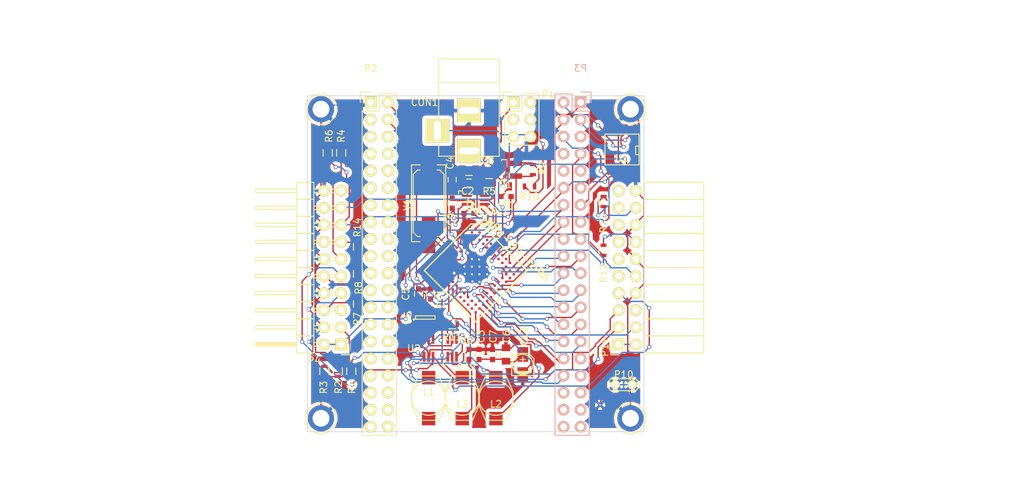
<source format=kicad_pcb>
(kicad_pcb (version 4) (host pcbnew "(after 2015-mar-04 BZR unknown)-product")
  (layers (0 F.Cu signal) (31 B.Cu signal) (34 B.Paste user) (35 F.Paste user) (36 B.SilkS user) (37 F.SilkS user) (38 B.Mask user) (39 F.Mask user) (44 Edge.Cuts user))
  (net 0 "")
  (net 1 "Net-(C1-Pad1)")
  (net 2 GND)
  (net 3 +3.3VADC)
  (net 4 VCC)
  (net 5 "Net-(C4-Pad1)")
  (net 6 "Net-(C11-Pad1)")
  (net 7 VCORE)
  (net 8 /pwr/OUTUNREG)
  (net 9 "Net-(CON1-Pad3)")
  (net 10 "Net-(L2-Pad2)")
  (net 11 SW1)
  (net 12 /XADC1)
  (net 13 /XADC0)
  (net 14 /XADC3)
  (net 15 /XADC2)
  (net 16 /D39)
  (net 17 /D43)
  (net 18 /D70)
  (net 19 /D0)
  (net 20 /D1)
  (net 21 /D2)
  (net 22 /D3)
  (net 23 /xlinkout1/LINK1D)
  (net 24 /xlinkout1/LINK0D)
  (net 25 /xlinkout1/LINK0U)
  (net 26 /xlinkout1/LINK1U)
  (net 27 /D8)
  (net 28 /D9)
  (net 29 /D10)
  (net 30 /D11)
  (net 31 /xlinkin1/UARTRX)
  (net 32 /xlinkin1/UARTTX)
  (net 33 /D14)
  (net 34 /D15)
  (net 35 /xlinkin1/LINK1U)
  (net 36 /xlinkin1/LINK0U)
  (net 37 /xlinkin1/LINK0D)
  (net 38 /xlinkin1/LINK1D)
  (net 39 /D20)
  (net 40 /D21)
  (net 41 /D22)
  (net 42 /D23)
  (net 43 /D24)
  (net 44 /D25)
  (net 45 /D26)
  (net 46 /D27)
  (net 47 /D28)
  (net 48 /D29)
  (net 49 /D30)
  (net 50 /D31)
  (net 51 /D32)
  (net 52 /D33)
  (net 53 /D34)
  (net 54 /D35)
  (net 55 /D36)
  (net 56 /D37)
  (net 57 /D38)
  (net 58 /pwr/INUNREG)
  (net 59 /xlinkin1/~TRST)
  (net 60 /xlinkin1/TDI)
  (net 61 /xlinkin1/XLi1u)
  (net 62 /xlinkin1/TMS)
  (net 63 /xlinkin1/TCK)
  (net 64 /xlinkin1/XLi0u)
  (net 65 /xlinkin1/~DBG)
  (net 66 /xlinkin1/TDO)
  (net 67 /xlinkin1/~RST)
  (net 68 /xlinkout1/~PRESENT)
  (net 69 /xlinkout1/TDI)
  (net 70 /xlinkout1/ELoTDO)
  (net 71 /xlinkout1/ELo0d)
  (net 72 /xlinkout1/ELo1d)
  (net 73 "Net-(Q1-Pad2)")
  (net 74 "Net-(R14-Pad2)")
  (net 75 /XTMS)
  (net 76 /MSEL)
  (net 77 /~XRST)
  (net 78 /XTCK)
  (module Capacitors_SMD:C_0603 (layer F.Cu) (at 79.5 65 180)
    (fp_text reference C1 (at -1.1 -1.4 180) (layer F.SilkS))
    (fp_text value 33p)
    (pad 1 smd rect (at -0.75 0 180) (size 0.8 0.75) (layers F.Cu F.Paste F.Mask) (net 1 "Net-(C1-Pad1)"))
    (pad 2 smd rect (at 0.75 0 180) (size 0.8 0.75) (layers F.Cu F.Paste F.Mask) (net 2 GND))
  )
  (module Capacitors_SMD:C_0603 (layer F.Cu) (at 74 63 180)
    (fp_text reference C2 (at 0.2 -1.2 180) (layer F.SilkS))
    (fp_text value 100n)
    (pad 1 smd rect (at -0.75 0 180) (size 0.8 0.75) (layers F.Cu F.Paste F.Mask) (net 3 +3.3VADC))
    (pad 2 smd rect (at 0.75 0 180) (size 0.8 0.75) (layers F.Cu F.Paste F.Mask) (net 2 GND))
  )
  (module Capacitors_SMD:C_0603 (layer F.Cu) (at 75.5 88.5 90)
    (fp_text reference C3 (at 2.7 0.3 90) (layer F.SilkS))
    (fp_text value 100n)
    (pad 1 smd rect (at -0.75 0 90) (size 0.8 0.75) (layers F.Cu F.Paste F.Mask) (net 4 VCC))
    (pad 2 smd rect (at 0.75 0 90) (size 0.8 0.75) (layers F.Cu F.Paste F.Mask) (net 2 GND))
  )
  (module Capacitors_SMD:C_0603 (layer F.Cu) (at 71.5 62.5 90)
    (fp_text reference C4 (at 2.5 -0.3 90) (layer F.SilkS))
    (fp_text value 33p)
    (pad 1 smd rect (at -0.75 0 90) (size 0.8 0.75) (layers F.Cu F.Paste F.Mask) (net 5 "Net-(C4-Pad1)"))
    (pad 2 smd rect (at 0.75 0 90) (size 0.8 0.75) (layers F.Cu F.Paste F.Mask) (net 2 GND))
  )
  (module Capacitors_SMD:C_0603 (layer F.Cu) (at 66.5 79.5 90)
    (fp_text reference C5 (at 0 -1.9 90) (layer F.SilkS))
    (fp_text value 4u7)
    (pad 1 smd rect (at -0.75 0 90) (size 0.8 0.75) (layers F.Cu F.Paste F.Mask) (net 4 VCC))
    (pad 2 smd rect (at 0.75 0 90) (size 0.8 0.75) (layers F.Cu F.Paste F.Mask) (net 2 GND))
  )
  (module Capacitors_SMD:C_0805 (layer F.Cu) (at 79.5 88.5 90)
    (fp_text reference C6 (at 2.7 0.1 90) (layer F.SilkS))
    (fp_text value 10u)
    (pad 1 smd rect (at -1 0 90) (size 1 1.25) (layers F.Cu F.Paste F.Mask) (net 4 VCC))
    (pad 2 smd rect (at 1 0 90) (size 1 1.25) (layers F.Cu F.Paste F.Mask) (net 2 GND))
  )
  (module Capacitors_SMD:C_0603 (layer F.Cu) (at 77.5 88.5 90)
    (fp_text reference C7 (at 2.7 0.1 90) (layer F.SilkS))
    (fp_text value 100n)
    (pad 1 smd rect (at -0.75 0 90) (size 0.8 0.75) (layers F.Cu F.Paste F.Mask) (net 4 VCC))
    (pad 2 smd rect (at 0.75 0 90) (size 0.8 0.75) (layers F.Cu F.Paste F.Mask) (net 2 GND))
  )
  (module Capacitors_SMD:C_0805 (layer F.Cu) (at 74 61 180)
    (fp_text reference C8 (at -2.8 1.4 180) (layer F.SilkS))
    (fp_text value 10u)
    (pad 1 smd rect (at -1 0 180) (size 1 1.25) (layers F.Cu F.Paste F.Mask) (net 3 +3.3VADC))
    (pad 2 smd rect (at 1 0 180) (size 1 1.25) (layers F.Cu F.Paste F.Mask) (net 2 GND))
  )
  (module Capacitors_SMD:C_0603 (layer F.Cu) (at 71.5 66 90)
    (fp_text reference C9 (at -2.4 -0.1 90) (layer F.SilkS))
    (fp_text value 100n)
    (pad 1 smd rect (at -0.75 0 90) (size 0.8 0.75) (layers F.Cu F.Paste F.Mask) (net 4 VCC))
    (pad 2 smd rect (at 0.75 0 90) (size 0.8 0.75) (layers F.Cu F.Paste F.Mask) (net 2 GND))
  )
  (module Capacitors_SMD:C_0603 (layer F.Cu) (at 74 67.5 180)
    (fp_text reference C10 (at -2.8 0.3 180) (layer F.SilkS))
    (fp_text value 100n)
    (pad 1 smd rect (at -0.75 0 180) (size 0.8 0.75) (layers F.Cu F.Paste F.Mask) (net 4 VCC))
    (pad 2 smd rect (at 0.75 0 180) (size 0.8 0.75) (layers F.Cu F.Paste F.Mask) (net 2 GND))
  )
  (module Capacitors_SMD:C_0603 (layer F.Cu) (at 68.3 79.5 90)
    (fp_text reference C11 (at -0.7 1.5 90) (layer F.SilkS))
    (fp_text value 100n)
    (pad 1 smd rect (at -0.75 0 90) (size 0.8 0.75) (layers F.Cu F.Paste F.Mask) (net 6 "Net-(C11-Pad1)"))
    (pad 2 smd rect (at 0.75 0 90) (size 0.8 0.75) (layers F.Cu F.Paste F.Mask) (net 2 GND))
  )
  (module Capacitors_SMD:C_0603 (layer F.Cu) (at 74 88.5 90)
    (fp_text reference C12 (at -1.9 -0.4 180) (layer F.SilkS))
    (fp_text value 100n)
    (pad 1 smd rect (at -0.75 0 90) (size 0.8 0.75) (layers F.Cu F.Paste F.Mask) (net 7 VCORE))
    (pad 2 smd rect (at 0.75 0 90) (size 0.8 0.75) (layers F.Cu F.Paste F.Mask) (net 2 GND))
  )
  (module Capacitors_SMD:c_elec_3x5.3 (layer F.Cu) (at 82 90 90)
    (fp_text reference C13 (at 4.2 0.2 90) (layer F.SilkS))
    (fp_text value CP_Small)
    (pad 1 smd rect (at 1.50114 0 90) (size 2.19964 1.6002) (layers F.Cu F.Paste F.Mask) (net 4 VCC))
    (pad 2 smd rect (at -1.50114 0 90) (size 2.19964 1.6002) (layers F.Cu F.Paste F.Mask) (net 2 GND))
  )
  (module Connect:BARREL_JACK (layer F.Cu) (at 74 52 270)
    (fp_text reference CON1 (at -1 6.6 360) (layer F.SilkS))
    (fp_text value BARREL_JACK)
    (pad 1 thru_hole rect (at 6.20014 0 270) (size 3.50012 3.50012) (drill oval 1.00076 2.99974) (layers *.Cu *.Mask F.SilkS) (net 8 /pwr/OUTUNREG))
    (pad 2 thru_hole rect (at 0.20066 0 270) (size 3.50012 3.50012) (drill oval 1.00076 2.99974) (layers *.Cu *.Mask F.SilkS) (net 2 GND))
    (pad 3 thru_hole rect (at 3.2004 4.699 270) (size 3.50012 3.50012) (drill oval 2.99974 1.00076) (layers *.Cu *.Mask F.SilkS) (net 9 "Net-(CON1-Pad3)"))
  )
  (module Inductors:SELF-WE-PD3S (layer F.Cu) (at 68 95 270)
    (fp_text reference L1 (at -0.889 0 360) (layer F.SilkS))
    (fp_text value 4u7)
    (pad 1 smd rect (at -3.048 0 270) (size 1.99898 1.99898) (layers F.Cu F.Paste F.Mask) (net 3 +3.3VADC))
    (pad 2 smd rect (at 3.048 0 270) (size 1.99898 1.99898) (layers F.Cu F.Paste F.Mask) (net 4 VCC))
  )
  (module Inductors:SELF-WE-PD3S (layer F.Cu) (at 78 95 90)
    (fp_text reference L2 (at -0.889 0 180) (layer F.SilkS))
    (fp_text value 4u7)
    (pad 1 smd rect (at -3.048 0 90) (size 1.99898 1.99898) (layers F.Cu F.Paste F.Mask) (net 6 "Net-(C11-Pad1)"))
    (pad 2 smd rect (at 3.048 0 90) (size 1.99898 1.99898) (layers F.Cu F.Paste F.Mask) (net 10 "Net-(L2-Pad2)"))
  )
  (module Inductors:SELF-WE-PD3S (layer F.Cu) (at 73 95 90)
    (fp_text reference L3 (at -0.889 0 180) (layer F.SilkS))
    (fp_text value 4u7)
    (pad 1 smd rect (at -3.048 0 90) (size 1.99898 1.99898) (layers F.Cu F.Paste F.Mask) (net 7 VCORE))
    (pad 2 smd rect (at 3.048 0 90) (size 1.99898 1.99898) (layers F.Cu F.Paste F.Mask) (net 11 SW1))
  )
  (module Pin_Headers:Pin_Header_Straight_2x03 (layer F.Cu) (at 80.6 51)
    (fp_text reference P1 (at 5.2 -1.2) (layer F.SilkS))
    (fp_text value CONN_02X03)
    (pad 1 thru_hole rect (at 0 0) (size 1.7272 1.7272) (drill 1.016) (layers *.Cu *.Mask F.SilkS) (net 3 +3.3VADC))
    (pad 2 thru_hole oval (at 2.54 0) (size 1.7272 1.7272) (drill 1.016) (layers *.Cu *.Mask F.SilkS) (net 12 /XADC1))
    (pad 3 thru_hole oval (at 0 2.54) (size 1.7272 1.7272) (drill 1.016) (layers *.Cu *.Mask F.SilkS) (net 13 /XADC0))
    (pad 4 thru_hole oval (at 2.54 2.54) (size 1.7272 1.7272) (drill 1.016) (layers *.Cu *.Mask F.SilkS) (net 14 /XADC3))
    (pad 5 thru_hole oval (at 0 5.08) (size 1.7272 1.7272) (drill 1.016) (layers *.Cu *.Mask F.SilkS) (net 15 /XADC2))
    (pad 6 thru_hole oval (at 2.54 5.08) (size 1.7272 1.7272) (drill 1.016) (layers *.Cu *.Mask F.SilkS) (net 2 GND))
  )
  (module Pin_Headers:Pin_Header_Straight_2x20 (layer F.Cu) (at 59.4 51)
    (fp_text reference P2 (at 0 -5.1) (layer F.SilkS))
    (fp_text value CONN_02X20)
    (pad 1 thru_hole rect (at 0 0) (size 1.7272 1.7272) (drill 1.016) (layers *.Cu *.Mask F.SilkS) (net 2 GND))
    (pad 2 thru_hole oval (at 2.54 0) (size 1.7272 1.7272) (drill 1.016) (layers *.Cu *.Mask F.SilkS) (net 16 /D39))
    (pad 3 thru_hole oval (at 0 2.54) (size 1.7272 1.7272) (drill 1.016) (layers *.Cu *.Mask F.SilkS) (net 17 /D43))
    (pad 4 thru_hole oval (at 2.54 2.54) (size 1.7272 1.7272) (drill 1.016) (layers *.Cu *.Mask F.SilkS) (net 18 /D70))
    (pad 5 thru_hole oval (at 0 5.08) (size 1.7272 1.7272) (drill 1.016) (layers *.Cu *.Mask F.SilkS))
    (pad 6 thru_hole oval (at 2.54 5.08) (size 1.7272 1.7272) (drill 1.016) (layers *.Cu *.Mask F.SilkS))
    (pad 7 thru_hole oval (at 0 7.62) (size 1.7272 1.7272) (drill 1.016) (layers *.Cu *.Mask F.SilkS))
    (pad 8 thru_hole oval (at 2.54 7.62) (size 1.7272 1.7272) (drill 1.016) (layers *.Cu *.Mask F.SilkS))
    (pad 9 thru_hole oval (at 0 10.16) (size 1.7272 1.7272) (drill 1.016) (layers *.Cu *.Mask F.SilkS))
    (pad 10 thru_hole oval (at 2.54 10.16) (size 1.7272 1.7272) (drill 1.016) (layers *.Cu *.Mask F.SilkS))
    (pad 11 thru_hole oval (at 0 12.7) (size 1.7272 1.7272) (drill 1.016) (layers *.Cu *.Mask F.SilkS))
    (pad 12 thru_hole oval (at 2.54 12.7) (size 1.7272 1.7272) (drill 1.016) (layers *.Cu *.Mask F.SilkS))
    (pad 13 thru_hole oval (at 0 15.24) (size 1.7272 1.7272) (drill 1.016) (layers *.Cu *.Mask F.SilkS))
    (pad 14 thru_hole oval (at 2.54 15.24) (size 1.7272 1.7272) (drill 1.016) (layers *.Cu *.Mask F.SilkS))
    (pad 15 thru_hole oval (at 0 17.78) (size 1.7272 1.7272) (drill 1.016) (layers *.Cu *.Mask F.SilkS))
    (pad 16 thru_hole oval (at 2.54 17.78) (size 1.7272 1.7272) (drill 1.016) (layers *.Cu *.Mask F.SilkS))
    (pad 17 thru_hole oval (at 0 20.32) (size 1.7272 1.7272) (drill 1.016) (layers *.Cu *.Mask F.SilkS))
    (pad 18 thru_hole oval (at 2.54 20.32) (size 1.7272 1.7272) (drill 1.016) (layers *.Cu *.Mask F.SilkS))
    (pad 19 thru_hole oval (at 0 22.86) (size 1.7272 1.7272) (drill 1.016) (layers *.Cu *.Mask F.SilkS))
    (pad 20 thru_hole oval (at 2.54 22.86) (size 1.7272 1.7272) (drill 1.016) (layers *.Cu *.Mask F.SilkS))
    (pad 21 thru_hole oval (at 0 25.4) (size 1.7272 1.7272) (drill 1.016) (layers *.Cu *.Mask F.SilkS))
    (pad 22 thru_hole oval (at 2.54 25.4) (size 1.7272 1.7272) (drill 1.016) (layers *.Cu *.Mask F.SilkS))
    (pad 23 thru_hole oval (at 0 27.94) (size 1.7272 1.7272) (drill 1.016) (layers *.Cu *.Mask F.SilkS))
    (pad 24 thru_hole oval (at 2.54 27.94) (size 1.7272 1.7272) (drill 1.016) (layers *.Cu *.Mask F.SilkS))
    (pad 25 thru_hole oval (at 0 30.48) (size 1.7272 1.7272) (drill 1.016) (layers *.Cu *.Mask F.SilkS))
    (pad 26 thru_hole oval (at 2.54 30.48) (size 1.7272 1.7272) (drill 1.016) (layers *.Cu *.Mask F.SilkS))
    (pad 27 thru_hole oval (at 0 33.02) (size 1.7272 1.7272) (drill 1.016) (layers *.Cu *.Mask F.SilkS))
    (pad 28 thru_hole oval (at 2.54 33.02) (size 1.7272 1.7272) (drill 1.016) (layers *.Cu *.Mask F.SilkS))
    (pad 29 thru_hole oval (at 0 35.56) (size 1.7272 1.7272) (drill 1.016) (layers *.Cu *.Mask F.SilkS))
    (pad 30 thru_hole oval (at 2.54 35.56) (size 1.7272 1.7272) (drill 1.016) (layers *.Cu *.Mask F.SilkS))
    (pad 31 thru_hole oval (at 0 38.1) (size 1.7272 1.7272) (drill 1.016) (layers *.Cu *.Mask F.SilkS))
    (pad 32 thru_hole oval (at 2.54 38.1) (size 1.7272 1.7272) (drill 1.016) (layers *.Cu *.Mask F.SilkS))
    (pad 33 thru_hole oval (at 0 40.64) (size 1.7272 1.7272) (drill 1.016) (layers *.Cu *.Mask F.SilkS))
    (pad 34 thru_hole oval (at 2.54 40.64) (size 1.7272 1.7272) (drill 1.016) (layers *.Cu *.Mask F.SilkS))
    (pad 35 thru_hole oval (at 0 43.18) (size 1.7272 1.7272) (drill 1.016) (layers *.Cu *.Mask F.SilkS))
    (pad 36 thru_hole oval (at 2.54 43.18) (size 1.7272 1.7272) (drill 1.016) (layers *.Cu *.Mask F.SilkS))
    (pad 37 thru_hole oval (at 0 45.72) (size 1.7272 1.7272) (drill 1.016) (layers *.Cu *.Mask F.SilkS))
    (pad 38 thru_hole oval (at 2.54 45.72) (size 1.7272 1.7272) (drill 1.016) (layers *.Cu *.Mask F.SilkS))
    (pad 39 thru_hole oval (at 0 48.26) (size 1.7272 1.7272) (drill 1.016) (layers *.Cu *.Mask F.SilkS))
    (pad 40 thru_hole oval (at 2.54 48.26) (size 1.7272 1.7272) (drill 1.016) (layers *.Cu *.Mask F.SilkS))
  )
  (module Pin_Headers:Pin_Header_Straight_2x20 (layer B.Cu) (at 90.6 51 180)
    (fp_text reference P3 (at 0 5.1 180) (layer B.SilkS) (effects (justify mirror)))
    (fp_text value CONN_02X20)
    (pad 1 thru_hole rect (at 0 0 180) (size 1.7272 1.7272) (drill 1.016) (layers *.Cu *.Mask B.SilkS) (net 2 GND))
    (pad 2 thru_hole oval (at 2.54 0 180) (size 1.7272 1.7272) (drill 1.016) (layers *.Cu *.Mask B.SilkS) (net 19 /D0))
    (pad 3 thru_hole oval (at 0 -2.54 180) (size 1.7272 1.7272) (drill 1.016) (layers *.Cu *.Mask B.SilkS) (net 20 /D1))
    (pad 4 thru_hole oval (at 2.54 -2.54 180) (size 1.7272 1.7272) (drill 1.016) (layers *.Cu *.Mask B.SilkS) (net 21 /D2))
    (pad 5 thru_hole oval (at 0 -5.08 180) (size 1.7272 1.7272) (drill 1.016) (layers *.Cu *.Mask B.SilkS) (net 22 /D3))
    (pad 6 thru_hole oval (at 2.54 -5.08 180) (size 1.7272 1.7272) (drill 1.016) (layers *.Cu *.Mask B.SilkS) (net 23 /xlinkout1/LINK1D))
    (pad 7 thru_hole oval (at 0 -7.62 180) (size 1.7272 1.7272) (drill 1.016) (layers *.Cu *.Mask B.SilkS) (net 24 /xlinkout1/LINK0D))
    (pad 8 thru_hole oval (at 2.54 -7.62 180) (size 1.7272 1.7272) (drill 1.016) (layers *.Cu *.Mask B.SilkS) (net 25 /xlinkout1/LINK0U))
    (pad 9 thru_hole oval (at 0 -10.16 180) (size 1.7272 1.7272) (drill 1.016) (layers *.Cu *.Mask B.SilkS) (net 26 /xlinkout1/LINK1U))
    (pad 10 thru_hole oval (at 2.54 -10.16 180) (size 1.7272 1.7272) (drill 1.016) (layers *.Cu *.Mask B.SilkS) (net 27 /D8))
    (pad 11 thru_hole oval (at 0 -12.7 180) (size 1.7272 1.7272) (drill 1.016) (layers *.Cu *.Mask B.SilkS) (net 28 /D9))
    (pad 12 thru_hole oval (at 2.54 -12.7 180) (size 1.7272 1.7272) (drill 1.016) (layers *.Cu *.Mask B.SilkS) (net 29 /D10))
    (pad 13 thru_hole oval (at 0 -15.24 180) (size 1.7272 1.7272) (drill 1.016) (layers *.Cu *.Mask B.SilkS) (net 30 /D11))
    (pad 14 thru_hole oval (at 2.54 -15.24 180) (size 1.7272 1.7272) (drill 1.016) (layers *.Cu *.Mask B.SilkS) (net 31 /xlinkin1/UARTRX))
    (pad 15 thru_hole oval (at 0 -17.78 180) (size 1.7272 1.7272) (drill 1.016) (layers *.Cu *.Mask B.SilkS) (net 32 /xlinkin1/UARTTX))
    (pad 16 thru_hole oval (at 2.54 -17.78 180) (size 1.7272 1.7272) (drill 1.016) (layers *.Cu *.Mask B.SilkS) (net 33 /D14))
    (pad 17 thru_hole oval (at 0 -20.32 180) (size 1.7272 1.7272) (drill 1.016) (layers *.Cu *.Mask B.SilkS) (net 34 /D15))
    (pad 18 thru_hole oval (at 2.54 -20.32 180) (size 1.7272 1.7272) (drill 1.016) (layers *.Cu *.Mask B.SilkS) (net 35 /xlinkin1/LINK1U))
    (pad 19 thru_hole oval (at 0 -22.86 180) (size 1.7272 1.7272) (drill 1.016) (layers *.Cu *.Mask B.SilkS) (net 36 /xlinkin1/LINK0U))
    (pad 20 thru_hole oval (at 2.54 -22.86 180) (size 1.7272 1.7272) (drill 1.016) (layers *.Cu *.Mask B.SilkS) (net 37 /xlinkin1/LINK0D))
    (pad 21 thru_hole oval (at 0 -25.4 180) (size 1.7272 1.7272) (drill 1.016) (layers *.Cu *.Mask B.SilkS) (net 38 /xlinkin1/LINK1D))
    (pad 22 thru_hole oval (at 2.54 -25.4 180) (size 1.7272 1.7272) (drill 1.016) (layers *.Cu *.Mask B.SilkS) (net 39 /D20))
    (pad 23 thru_hole oval (at 0 -27.94 180) (size 1.7272 1.7272) (drill 1.016) (layers *.Cu *.Mask B.SilkS) (net 40 /D21))
    (pad 24 thru_hole oval (at 2.54 -27.94 180) (size 1.7272 1.7272) (drill 1.016) (layers *.Cu *.Mask B.SilkS) (net 41 /D22))
    (pad 25 thru_hole oval (at 0 -30.48 180) (size 1.7272 1.7272) (drill 1.016) (layers *.Cu *.Mask B.SilkS) (net 42 /D23))
    (pad 26 thru_hole oval (at 2.54 -30.48 180) (size 1.7272 1.7272) (drill 1.016) (layers *.Cu *.Mask B.SilkS) (net 43 /D24))
    (pad 27 thru_hole oval (at 0 -33.02 180) (size 1.7272 1.7272) (drill 1.016) (layers *.Cu *.Mask B.SilkS) (net 44 /D25))
    (pad 28 thru_hole oval (at 2.54 -33.02 180) (size 1.7272 1.7272) (drill 1.016) (layers *.Cu *.Mask B.SilkS) (net 45 /D26))
    (pad 29 thru_hole oval (at 0 -35.56 180) (size 1.7272 1.7272) (drill 1.016) (layers *.Cu *.Mask B.SilkS) (net 46 /D27))
    (pad 30 thru_hole oval (at 2.54 -35.56 180) (size 1.7272 1.7272) (drill 1.016) (layers *.Cu *.Mask B.SilkS) (net 47 /D28))
    (pad 31 thru_hole oval (at 0 -38.1 180) (size 1.7272 1.7272) (drill 1.016) (layers *.Cu *.Mask B.SilkS) (net 48 /D29))
    (pad 32 thru_hole oval (at 2.54 -38.1 180) (size 1.7272 1.7272) (drill 1.016) (layers *.Cu *.Mask B.SilkS) (net 49 /D30))
    (pad 33 thru_hole oval (at 0 -40.64 180) (size 1.7272 1.7272) (drill 1.016) (layers *.Cu *.Mask B.SilkS) (net 50 /D31))
    (pad 34 thru_hole oval (at 2.54 -40.64 180) (size 1.7272 1.7272) (drill 1.016) (layers *.Cu *.Mask B.SilkS) (net 51 /D32))
    (pad 35 thru_hole oval (at 0 -43.18 180) (size 1.7272 1.7272) (drill 1.016) (layers *.Cu *.Mask B.SilkS) (net 52 /D33))
    (pad 36 thru_hole oval (at 2.54 -43.18 180) (size 1.7272 1.7272) (drill 1.016) (layers *.Cu *.Mask B.SilkS) (net 53 /D34))
    (pad 37 thru_hole oval (at 0 -45.72 180) (size 1.7272 1.7272) (drill 1.016) (layers *.Cu *.Mask B.SilkS) (net 54 /D35))
    (pad 38 thru_hole oval (at 2.54 -45.72 180) (size 1.7272 1.7272) (drill 1.016) (layers *.Cu *.Mask B.SilkS) (net 55 /D36))
    (pad 39 thru_hole oval (at 0 -48.26 180) (size 1.7272 1.7272) (drill 1.016) (layers *.Cu *.Mask B.SilkS) (net 56 /D37))
    (pad 40 thru_hole oval (at 2.54 -48.26 180) (size 1.7272 1.7272) (drill 1.016) (layers *.Cu *.Mask B.SilkS) (net 57 /D38))
  )
  (module Pin_Headers:Pin_Header_Angled_2x10 (layer F.Cu) (at 55 87 180)
    (fp_text reference P4 (at 4 -2.4 180) (layer F.SilkS))
    (fp_text value XLinkIn)
    (pad 1 thru_hole rect (at 0 0 180) (size 1.7272 1.7272) (drill 1.016) (layers *.Cu *.Mask F.SilkS) (net 58 /pwr/INUNREG))
    (pad 2 thru_hole oval (at 2.54 0 180) (size 1.7272 1.7272) (drill 1.016) (layers *.Cu *.Mask F.SilkS) (net 58 /pwr/INUNREG))
    (pad 3 thru_hole oval (at 0 2.54 180) (size 1.7272 1.7272) (drill 1.016) (layers *.Cu *.Mask F.SilkS) (net 59 /xlinkin1/~TRST))
    (pad 4 thru_hole oval (at 2.54 2.54 180) (size 1.7272 1.7272) (drill 1.016) (layers *.Cu *.Mask F.SilkS) (net 2 GND))
    (pad 5 thru_hole oval (at 0 5.08 180) (size 1.7272 1.7272) (drill 1.016) (layers *.Cu *.Mask F.SilkS) (net 60 /xlinkin1/TDI))
    (pad 6 thru_hole oval (at 2.54 5.08 180) (size 1.7272 1.7272) (drill 1.016) (layers *.Cu *.Mask F.SilkS) (net 61 /xlinkin1/XLi1u))
    (pad 7 thru_hole oval (at 0 7.62 180) (size 1.7272 1.7272) (drill 1.016) (layers *.Cu *.Mask F.SilkS) (net 62 /xlinkin1/TMS))
    (pad 8 thru_hole oval (at 2.54 7.62 180) (size 1.7272 1.7272) (drill 1.016) (layers *.Cu *.Mask F.SilkS) (net 2 GND))
    (pad 9 thru_hole oval (at 0 10.16 180) (size 1.7272 1.7272) (drill 1.016) (layers *.Cu *.Mask F.SilkS) (net 63 /xlinkin1/TCK))
    (pad 10 thru_hole oval (at 2.54 10.16 180) (size 1.7272 1.7272) (drill 1.016) (layers *.Cu *.Mask F.SilkS) (net 64 /xlinkin1/XLi0u))
    (pad 11 thru_hole oval (at 0 12.7 180) (size 1.7272 1.7272) (drill 1.016) (layers *.Cu *.Mask F.SilkS) (net 65 /xlinkin1/~DBG))
    (pad 12 thru_hole oval (at 2.54 12.7 180) (size 1.7272 1.7272) (drill 1.016) (layers *.Cu *.Mask F.SilkS) (net 2 GND))
    (pad 13 thru_hole oval (at 0 15.24 180) (size 1.7272 1.7272) (drill 1.016) (layers *.Cu *.Mask F.SilkS) (net 66 /xlinkin1/TDO))
    (pad 14 thru_hole oval (at 2.54 15.24 180) (size 1.7272 1.7272) (drill 1.016) (layers *.Cu *.Mask F.SilkS) (net 37 /xlinkin1/LINK0D))
    (pad 15 thru_hole oval (at 0 17.78 180) (size 1.7272 1.7272) (drill 1.016) (layers *.Cu *.Mask F.SilkS) (net 67 /xlinkin1/~RST))
    (pad 16 thru_hole oval (at 2.54 17.78 180) (size 1.7272 1.7272) (drill 1.016) (layers *.Cu *.Mask F.SilkS) (net 2 GND))
    (pad 17 thru_hole oval (at 0 20.32 180) (size 1.7272 1.7272) (drill 1.016) (layers *.Cu *.Mask F.SilkS) (net 31 /xlinkin1/UARTRX))
    (pad 18 thru_hole oval (at 2.54 20.32 180) (size 1.7272 1.7272) (drill 1.016) (layers *.Cu *.Mask F.SilkS) (net 38 /xlinkin1/LINK1D))
    (pad 19 thru_hole oval (at 0 22.86 180) (size 1.7272 1.7272) (drill 1.016) (layers *.Cu *.Mask F.SilkS) (net 32 /xlinkin1/UARTTX))
    (pad 20 thru_hole oval (at 2.54 22.86 180) (size 1.7272 1.7272) (drill 1.016) (layers *.Cu *.Mask F.SilkS) (net 2 GND))
  )
  (module xmos_project:Pillar (layer F.Cu) (at 93.5 96)
    (fp_text reference P5 hide)
    (fp_text value Pillar hide)
    (pad 1 thru_hole circle (at 0 0) (size 0.5 0.5) (drill 0.2) (layers *.Cu) (net 2 GND))
  )
  (module Connect:TESTPOINT (layer F.Cu) (at 97 93)
    (fp_text reference P10 (at 0 -1.524) (layer F.SilkS))
    (fp_text value clip)
    (pad 1 thru_hole circle (at -1.27 0) (size 1.397 1.397) (drill 0.8128) (layers *.Cu *.Mask F.SilkS) (net 2 GND))
    (pad 1 thru_hole circle (at 1.27 0) (size 1.397 1.397) (drill 0.8128) (layers *.Cu *.Mask F.SilkS) (net 2 GND))
  )
  (module Socket_Strips:Socket_Strip_Angled_2x10 (layer F.Cu) (at 96.25 87 90)
    (fp_text reference P11 (at -0.4 -2.05 90) (layer F.SilkS))
    (fp_text value XLinkOut)
    (pad 1 thru_hole rect (at 0 0 90) (size 1.7272 1.7272) (drill 1.016) (layers *.Cu *.Mask F.SilkS) (net 8 /pwr/OUTUNREG))
    (pad 2 thru_hole oval (at 0 2.54 90) (size 1.7272 1.7272) (drill 1.016) (layers *.Cu *.Mask F.SilkS) (net 8 /pwr/OUTUNREG))
    (pad 3 thru_hole oval (at 2.54 0 90) (size 1.7272 1.7272) (drill 1.016) (layers *.Cu *.Mask F.SilkS) (net 59 /xlinkin1/~TRST))
    (pad 4 thru_hole oval (at 2.54 2.54 90) (size 1.7272 1.7272) (drill 1.016) (layers *.Cu *.Mask F.SilkS) (net 68 /xlinkout1/~PRESENT))
    (pad 5 thru_hole oval (at 5.08 0 90) (size 1.7272 1.7272) (drill 1.016) (layers *.Cu *.Mask F.SilkS) (net 69 /xlinkout1/TDI))
    (pad 6 thru_hole oval (at 5.08 2.54 90) (size 1.7272 1.7272) (drill 1.016) (layers *.Cu *.Mask F.SilkS) (net 26 /xlinkout1/LINK1U))
    (pad 7 thru_hole oval (at 7.62 0 90) (size 1.7272 1.7272) (drill 1.016) (layers *.Cu *.Mask F.SilkS) (net 62 /xlinkin1/TMS))
    (pad 8 thru_hole oval (at 7.62 2.54 90) (size 1.7272 1.7272) (drill 1.016) (layers *.Cu *.Mask F.SilkS) (net 2 GND))
    (pad 9 thru_hole oval (at 10.16 0 90) (size 1.7272 1.7272) (drill 1.016) (layers *.Cu *.Mask F.SilkS) (net 63 /xlinkin1/TCK))
    (pad 10 thru_hole oval (at 10.16 2.54 90) (size 1.7272 1.7272) (drill 1.016) (layers *.Cu *.Mask F.SilkS) (net 25 /xlinkout1/LINK0U))
    (pad 11 thru_hole oval (at 12.7 0 90) (size 1.7272 1.7272) (drill 1.016) (layers *.Cu *.Mask F.SilkS) (net 65 /xlinkin1/~DBG))
    (pad 12 thru_hole oval (at 12.7 2.54 90) (size 1.7272 1.7272) (drill 1.016) (layers *.Cu *.Mask F.SilkS) (net 2 GND))
    (pad 13 thru_hole oval (at 15.24 0 90) (size 1.7272 1.7272) (drill 1.016) (layers *.Cu *.Mask F.SilkS) (net 70 /xlinkout1/ELoTDO))
    (pad 14 thru_hole oval (at 15.24 2.54 90) (size 1.7272 1.7272) (drill 1.016) (layers *.Cu *.Mask F.SilkS) (net 71 /xlinkout1/ELo0d))
    (pad 15 thru_hole oval (at 17.78 0 90) (size 1.7272 1.7272) (drill 1.016) (layers *.Cu *.Mask F.SilkS) (net 67 /xlinkin1/~RST))
    (pad 16 thru_hole oval (at 17.78 2.54 90) (size 1.7272 1.7272) (drill 1.016) (layers *.Cu *.Mask F.SilkS) (net 2 GND))
    (pad 17 thru_hole oval (at 20.32 0 90) (size 1.7272 1.7272) (drill 1.016) (layers *.Cu *.Mask F.SilkS))
    (pad 18 thru_hole oval (at 20.32 2.54 90) (size 1.7272 1.7272) (drill 1.016) (layers *.Cu *.Mask F.SilkS) (net 72 /xlinkout1/ELo1d))
    (pad 19 thru_hole oval (at 22.86 0 90) (size 1.7272 1.7272) (drill 1.016) (layers *.Cu *.Mask F.SilkS))
    (pad 20 thru_hole oval (at 22.86 2.54 90) (size 1.7272 1.7272) (drill 1.016) (layers *.Cu *.Mask F.SilkS) (net 2 GND))
  )
  (module Housings_SOT-23_SOT-143_TSOT-6:SOT-23_Handsoldering (layer F.Cu) (at 79.5 61 90)
    (fp_text reference Q1 (at -2.2 -0.1 180) (layer F.SilkS))
    (fp_text value "ntr4101 P")
    (pad 1 smd rect (at -0.95 1.50114 90) (size 0.8001 1.80086) (layers F.Cu F.Paste F.Mask) (net 58 /pwr/INUNREG))
    (pad 2 smd rect (at 0.95 1.50114 90) (size 0.8001 1.80086) (layers F.Cu F.Paste F.Mask) (net 73 "Net-(Q1-Pad2)"))
    (pad 3 smd rect (at 0 -1.50114 90) (size 0.8001 1.80086) (layers F.Cu F.Paste F.Mask) (net 8 /pwr/OUTUNREG))
  )
  (module Resistors_SMD:R_0603 (layer F.Cu) (at 56.5 91 90)
    (fp_text reference R1 (at -2.4 0.1 90) (layer F.SilkS))
    (fp_text value 47K)
    (pad 1 smd rect (at -0.75 0 90) (size 0.5 0.9) (layers F.Cu F.Paste F.Mask) (net 4 VCC))
    (pad 2 smd rect (at 0.75 0 90) (size 0.5 0.9) (layers F.Cu F.Paste F.Mask) (net 59 /xlinkin1/~TRST))
  )
  (module Resistors_SMD:R_0603 (layer F.Cu) (at 54.5 91 90)
    (fp_text reference R2 (at -2.4 0.1 90) (layer F.SilkS))
    (fp_text value 47K)
    (pad 1 smd rect (at -0.75 0 90) (size 0.5 0.9) (layers F.Cu F.Paste F.Mask) (net 4 VCC))
    (pad 2 smd rect (at 0.75 0 90) (size 0.5 0.9) (layers F.Cu F.Paste F.Mask) (net 62 /xlinkin1/TMS))
  )
  (module Resistors_SMD:R_0603 (layer F.Cu) (at 52.5 91 90)
    (fp_text reference R3 (at -2.4 -0.1 90) (layer F.SilkS))
    (fp_text value 47K)
    (pad 1 smd rect (at -0.75 0 90) (size 0.5 0.9) (layers F.Cu F.Paste F.Mask) (net 4 VCC))
    (pad 2 smd rect (at 0.75 0 90) (size 0.5 0.9) (layers F.Cu F.Paste F.Mask) (net 63 /xlinkin1/TCK))
  )
  (module Resistors_SMD:R_0603 (layer F.Cu) (at 53 58.5 270)
    (fp_text reference R4 (at -2.5 -2 270) (layer F.SilkS))
    (fp_text value 47K)
    (pad 1 smd rect (at -0.75 0 270) (size 0.5 0.9) (layers F.Cu F.Paste F.Mask) (net 4 VCC))
    (pad 2 smd rect (at 0.75 0 270) (size 0.5 0.9) (layers F.Cu F.Paste F.Mask) (net 67 /xlinkin1/~RST))
  )
  (module Resistors_SMD:R_0603 (layer F.Cu) (at 77 63 180)
    (fp_text reference R5 (at 0 -1.2 180) (layer F.SilkS))
    (fp_text value 10k)
    (pad 1 smd rect (at -0.75 0 180) (size 0.5 0.9) (layers F.Cu F.Paste F.Mask) (net 20 /D1))
    (pad 2 smd rect (at 0.75 0 180) (size 0.5 0.9) (layers F.Cu F.Paste F.Mask) (net 4 VCC))
  )
  (module Resistors_SMD:R_0603 (layer F.Cu) (at 55 58.5 90)
    (fp_text reference R6 (at 2.5 -1.8 90) (layer F.SilkS))
    (fp_text value 47K)
    (pad 1 smd rect (at -0.75 0 90) (size 0.5 0.9) (layers F.Cu F.Paste F.Mask) (net 65 /xlinkin1/~DBG))
    (pad 2 smd rect (at 0.75 0 90) (size 0.5 0.9) (layers F.Cu F.Paste F.Mask) (net 4 VCC))
  )
  (module Resistors_SMD:R_0603 (layer F.Cu) (at 57.5 81 270)
    (fp_text reference R7 (at 2.2 0.1 270) (layer F.SilkS))
    (fp_text value 33R)
    (pad 1 smd rect (at -0.75 0 270) (size 0.5 0.9) (layers F.Cu F.Paste F.Mask) (net 35 /xlinkin1/LINK1U))
    (pad 2 smd rect (at 0.75 0 270) (size 0.5 0.9) (layers F.Cu F.Paste F.Mask) (net 61 /xlinkin1/XLi1u))
  )
  (module Resistors_SMD:R_0603 (layer F.Cu) (at 57.5 76.5 270)
    (fp_text reference R8 (at 2.1 -0.1 270) (layer F.SilkS))
    (fp_text value 33R)
    (pad 1 smd rect (at -0.75 0 270) (size 0.5 0.9) (layers F.Cu F.Paste F.Mask) (net 36 /xlinkin1/LINK0U))
    (pad 2 smd rect (at 0.75 0 270) (size 0.5 0.9) (layers F.Cu F.Paste F.Mask) (net 64 /xlinkin1/XLi0u))
  )
  (module Resistors_SMD:R_0603 (layer F.Cu) (at 83.5 61 90)
    (fp_text reference R9 (at 0.2 1.5 90) (layer F.SilkS))
    (fp_text value 47k)
    (pad 1 smd rect (at -0.75 0 90) (size 0.5 0.9) (layers F.Cu F.Paste F.Mask) (net 58 /pwr/INUNREG))
    (pad 2 smd rect (at 0.75 0 90) (size 0.5 0.9) (layers F.Cu F.Paste F.Mask) (net 73 "Net-(Q1-Pad2)"))
  )
  (module Resistors_SMD:R_0603 (layer F.Cu) (at 83 63.5 180)
    (fp_text reference R10 (at 0 -1.5 180) (layer F.SilkS))
    (fp_text value 1k)
    (pad 1 smd rect (at -0.75 0 180) (size 0.5 0.9) (layers F.Cu F.Paste F.Mask) (net 73 "Net-(Q1-Pad2)"))
    (pad 2 smd rect (at 0.75 0 180) (size 0.5 0.9) (layers F.Cu F.Paste F.Mask) (net 9 "Net-(CON1-Pad3)"))
  )
  (module Resistors_SMD:R_0603 (layer F.Cu) (at 71.5 84 180)
    (fp_text reference R11 (at 0 -1.9 180) (layer F.SilkS))
    (fp_text value 47k)
    (pad 1 smd rect (at -0.75 0 180) (size 0.5 0.9) (layers F.Cu F.Paste F.Mask) (net 4 VCC))
    (pad 2 smd rect (at 0.75 0 180) (size 0.5 0.9) (layers F.Cu F.Paste F.Mask) (net 68 /xlinkout1/~PRESENT))
  )
  (module Resistors_SMD:R_0603 (layer F.Cu) (at 94 73 90)
    (fp_text reference R12 (at -3.4 0 90) (layer F.SilkS))
    (fp_text value 33R)
    (pad 1 smd rect (at -0.75 0 90) (size 0.5 0.9) (layers F.Cu F.Paste F.Mask) (net 24 /xlinkout1/LINK0D))
    (pad 2 smd rect (at 0.75 0 90) (size 0.5 0.9) (layers F.Cu F.Paste F.Mask) (net 71 /xlinkout1/ELo0d))
  )
  (module Resistors_SMD:R_0603 (layer F.Cu) (at 94 65.75 270)
    (fp_text reference R13 (at 3.25 0 270) (layer F.SilkS))
    (fp_text value 33R)
    (pad 1 smd rect (at -0.75 0 270) (size 0.5 0.9) (layers F.Cu F.Paste F.Mask) (net 23 /xlinkout1/LINK1D))
    (pad 2 smd rect (at 0.75 0 270) (size 0.5 0.9) (layers F.Cu F.Paste F.Mask) (net 72 /xlinkout1/ELo1d))
  )
  (module Resistors_SMD:R_0603 (layer F.Cu) (at 57.5 72.5 270)
    (fp_text reference R14 (at -2.9 0.1 270) (layer F.SilkS))
    (fp_text value 33R)
    (pad 1 smd rect (at -0.75 0 270) (size 0.5 0.9) (layers F.Cu F.Paste F.Mask) (net 66 /xlinkin1/TDO))
    (pad 2 smd rect (at 0.75 0 270) (size 0.5 0.9) (layers F.Cu F.Paste F.Mask) (net 74 "Net-(R14-Pad2)"))
  )
  (module SMD_Packages:SOIC-8-N (layer F.Cu) (at 96.75 58 180)
    (fp_text reference U1 (at 0 -1.27 180) (layer F.SilkS))
    (fp_text value w25x40cl)
    (pad 8 smd rect (at -1.905 -3.175 180) (size 0.508 1.143) (layers F.Cu F.Paste F.Mask) (net 4 VCC))
    (pad 7 smd rect (at -0.635 -3.175 180) (size 0.508 1.143) (layers F.Cu F.Paste F.Mask) (net 4 VCC))
    (pad 6 smd rect (at 0.635 -3.175 180) (size 0.508 1.143) (layers F.Cu F.Paste F.Mask) (net 29 /D10))
    (pad 5 smd rect (at 1.905 -3.175 180) (size 0.508 1.143) (layers F.Cu F.Paste F.Mask) (net 30 /D11))
    (pad 4 smd rect (at 1.905 3.175 180) (size 0.508 1.143) (layers F.Cu F.Paste F.Mask) (net 2 GND))
    (pad 3 smd rect (at 0.635 3.175 180) (size 0.508 1.143) (layers F.Cu F.Paste F.Mask) (net 4 VCC))
    (pad 2 smd rect (at -0.635 3.175 180) (size 0.508 1.143) (layers F.Cu F.Paste F.Mask) (net 19 /D0))
    (pad 1 smd rect (at -1.905 3.175 180) (size 0.508 1.143) (layers F.Cu F.Paste F.Mask) (net 20 /D1))
  )
  (module Housings_SOT-23_SOT-143_TSOT-6:SC-70-6_Handsoldering (layer F.Cu) (at 68 87.5)
    (fp_text reference U2 (at -2.2 0.1) (layer F.SilkS))
    (fp_text value NC7WZ17)
    (pad 1 smd rect (at -0.65024 1.33096) (size 0.39878 1.50114) (layers F.Cu F.Paste F.Mask) (net 59 /xlinkin1/~TRST))
    (pad 2 smd rect (at 0 1.33096) (size 0.39878 1.50114) (layers F.Cu F.Paste F.Mask) (net 2 GND))
    (pad 3 smd rect (at 0.65024 1.33096) (size 0.39878 1.50114) (layers F.Cu F.Paste F.Mask) (net 62 /xlinkin1/TMS))
    (pad 4 smd rect (at 0.65024 -1.33096) (size 0.39878 1.50114) (layers F.Cu F.Paste F.Mask) (net 75 /XTMS))
    (pad 5 smd rect (at 0 -1.33096) (size 0.39878 1.50114) (layers F.Cu F.Paste F.Mask) (net 4 VCC))
    (pad 6 smd rect (at -0.65024 -1.33096) (size 0.39878 1.50114) (layers F.Cu F.Paste F.Mask) (net 76 /MSEL))
  )
  (module Housings_SOT-23_SOT-143_TSOT-6:SC-70-6_Handsoldering (layer F.Cu) (at 75 65.5 270)
    (fp_text reference U3 (at 1.3 -4 270) (layer F.SilkS))
    (fp_text value NC7WZ17)
    (pad 1 smd rect (at -0.65024 1.33096 270) (size 0.39878 1.50114) (layers F.Cu F.Paste F.Mask) (net 63 /xlinkin1/TCK))
    (pad 2 smd rect (at 0 1.33096 270) (size 0.39878 1.50114) (layers F.Cu F.Paste F.Mask) (net 2 GND))
    (pad 3 smd rect (at 0.65024 1.33096 270) (size 0.39878 1.50114) (layers F.Cu F.Paste F.Mask) (net 67 /xlinkin1/~RST))
    (pad 4 smd rect (at 0.65024 -1.33096 270) (size 0.39878 1.50114) (layers F.Cu F.Paste F.Mask) (net 77 /~XRST))
    (pad 5 smd rect (at 0 -1.33096 270) (size 0.39878 1.50114) (layers F.Cu F.Paste F.Mask) (net 4 VCC))
    (pad 6 smd rect (at -0.65024 -1.33096 270) (size 0.39878 1.50114) (layers F.Cu F.Paste F.Mask) (net 78 /XTCK))
  )
  (module xmos:BGA96 (layer F.Cu) (at 75 76 315)
    (fp_text reference U4 (at -3.676955 -6.22254 315) (layer F.SilkS) (effects (font (size 1.2 1.2) (thickness 0.2))))
    (fp_text value xs1-a8a-64-fb96 (at 0 -6.6 315) (layer F.SilkS) (effects (font (size 1.2 1.2) (thickness 0.2))))
    (pad GND thru_hole circle (at -0.8 1.5 315) (size 0.6 0.6) (drill 0.3) (layers *.Cu) (net 2 GND))
    (pad GND thru_hole circle (at 0.8 1.5 315) (size 0.6 0.6) (drill 0.3) (layers *.Cu) (net 2 GND))
    (pad GND thru_hole circle (at 0 0.8 315) (size 0.6 0.6) (drill 0.3) (layers *.Cu) (net 2 GND))
    (pad GND thru_hole circle (at -1.6 0.8 315) (size 0.6 0.6) (drill 0.3) (layers *.Cu) (net 2 GND))
    (pad GND thru_hole circle (at 1.6 0.8 315) (size 0.6 0.6) (drill 0.3) (layers *.Cu) (net 2 GND))
    (pad GND thru_hole circle (at -0.8 0 315) (size 0.6 0.6) (drill 0.3) (layers *.Cu) (net 2 GND))
    (pad GND thru_hole circle (at 0.8 0 315) (size 0.6 0.6) (drill 0.3) (layers *.Cu) (net 2 GND))
    (pad GND thru_hole circle (at 1.6 -0.8 315) (size 0.6 0.6) (drill 0.3) (layers *.Cu) (net 2 GND))
    (pad GND thru_hole circle (at -1.6 -0.8 315) (size 0.6 0.6) (drill 0.3) (layers *.Cu) (net 2 GND))
    (pad GND thru_hole circle (at 0 -0.8 315) (size 0.6 0.6) (drill 0.3) (layers *.Cu) (net 2 GND))
    (pad GND thru_hole circle (at 0.8 -1.5 315) (size 0.6 0.6) (drill 0.3) (layers *.Cu) (net 2 GND))
    (pad A1 smd circle (at -4.4 -4.4 315) (size 0.4 0.4) (layers F.Cu F.Paste F.Mask) (net 3 +3.3VADC))
    (pad B1 smd circle (at -4.4 -3.6 315) (size 0.4 0.4) (layers F.Cu F.Paste F.Mask) (net 69 /xlinkout1/TDI))
    (pad C1 smd circle (at -4.4 -2.8 315) (size 0.4 0.4) (layers F.Cu F.Paste F.Mask) (net 78 /XTCK))
    (pad D1 smd circle (at -4.4 -2 315) (size 0.4 0.4) (layers F.Cu F.Paste F.Mask) (net 75 /XTMS))
    (pad E1 smd circle (at -4.4 -1.2 315) (size 0.4 0.4) (layers F.Cu F.Paste F.Mask) (net 2 GND))
    (pad F1 smd circle (at -4.4 -0.4 315) (size 0.4 0.4) (layers F.Cu F.Paste F.Mask) (net 5 "Net-(C4-Pad1)"))
    (pad G1 smd circle (at -4.4 0.4 315) (size 0.4 0.4) (layers F.Cu F.Paste F.Mask) (net 1 "Net-(C1-Pad1)"))
    (pad H1 smd circle (at -4.4 1.2 315) (size 0.4 0.4) (layers F.Cu F.Paste F.Mask))
    (pad J1 smd circle (at -4.4 2 315) (size 0.4 0.4) (layers F.Cu F.Paste F.Mask) (net 11 SW1))
    (pad K1 smd circle (at -4.4 2.8 315) (size 0.4 0.4) (layers F.Cu F.Paste F.Mask) (net 7 VCORE))
    (pad L1 smd circle (at -4.4 3.6 315) (size 0.4 0.4) (layers F.Cu F.Paste F.Mask) (net 2 GND))
    (pad M1 smd circle (at -4.4 4.4 315) (size 0.4 0.4) (layers F.Cu F.Paste F.Mask) (net 4 VCC))
    (pad A2 smd circle (at -3.6 -4.4 315) (size 0.4 0.4) (layers F.Cu F.Paste F.Mask) (net 13 /XADC0))
    (pad B2 smd circle (at -3.6 -3.6 315) (size 0.4 0.4) (layers F.Cu F.Paste F.Mask) (net 12 /XADC1))
    (pad C2 smd circle (at -3.6 -2.8 315) (size 0.4 0.4) (layers F.Cu F.Paste F.Mask) (net 77 /~XRST))
    (pad D2 smd circle (at -3.6 -2 315) (size 0.4 0.4) (layers F.Cu F.Paste F.Mask) (net 60 /xlinkin1/TDI))
    (pad E2 smd circle (at -3.6 -1.2 315) (size 0.4 0.4) (layers F.Cu F.Paste F.Mask) (net 65 /xlinkin1/~DBG))
    (pad F2 smd circle (at -3.6 -0.4 315) (size 0.4 0.4) (layers F.Cu F.Paste F.Mask))
    (pad G2 smd circle (at -3.6 0.4 315) (size 0.4 0.4) (layers F.Cu F.Paste F.Mask))
    (pad H2 smd circle (at -3.6 1.2 315) (size 0.4 0.4) (layers F.Cu F.Paste F.Mask) (net 4 VCC))
    (pad J2 smd circle (at -3.6 2 315) (size 0.4 0.4) (layers F.Cu F.Paste F.Mask) (net 11 SW1))
    (pad K2 smd circle (at -3.6 2.8 315) (size 0.4 0.4) (layers F.Cu F.Paste F.Mask) (net 7 VCORE))
    (pad L2 smd circle (at -3.6 3.6 315) (size 0.4 0.4) (layers F.Cu F.Paste F.Mask) (net 2 GND))
    (pad M2 smd circle (at -3.6 4.4 315) (size 0.4 0.4) (layers F.Cu F.Paste F.Mask) (net 4 VCC))
    (pad A3 smd circle (at -2.8 -4.4 315) (size 0.4 0.4) (layers F.Cu F.Paste F.Mask) (net 15 /XADC2))
    (pad B3 smd circle (at -2.8 -3.6 315) (size 0.4 0.4) (layers F.Cu F.Paste F.Mask) (net 14 /XADC3))
    (pad L3 smd circle (at -2.8 3.6 315) (size 0.4 0.4) (layers F.Cu F.Paste F.Mask) (net 4 VCC))
    (pad M3 smd circle (at -2.8 4.4 315) (size 0.4 0.4) (layers F.Cu F.Paste F.Mask) (net 4 VCC))
    (pad A4 smd circle (at -2 -4.4 315) (size 0.4 0.4) (layers F.Cu F.Paste F.Mask))
    (pad B4 smd circle (at -2 -3.6 315) (size 0.4 0.4) (layers F.Cu F.Paste F.Mask))
    (pad L4 smd circle (at -2 3.6 315) (size 0.4 0.4) (layers F.Cu F.Paste F.Mask) (net 2 GND))
    (pad M4 smd circle (at -2 4.4 315) (size 0.4 0.4) (layers F.Cu F.Paste F.Mask) (net 2 GND))
    (pad A5 smd circle (at -1.2 -4.4 315) (size 0.4 0.4) (layers F.Cu F.Paste F.Mask) (net 19 /D0))
    (pad B5 smd circle (at -1.2 -3.6 315) (size 0.4 0.4) (layers F.Cu F.Paste F.Mask) (net 20 /D1))
    (pad E5 smd circle (at -1.2 -1.2 315) (size 0.4 0.4) (layers F.Cu F.Paste F.Mask) (net 2 GND))
    (pad F5 smd circle (at -1.2 -0.4 315) (size 0.4 0.4) (layers F.Cu F.Paste F.Mask) (net 2 GND))
    (pad G5 smd circle (at -1.2 0.4 315) (size 0.4 0.4) (layers F.Cu F.Paste F.Mask) (net 2 GND))
    (pad H5 smd circle (at -1.2 1.2 315) (size 0.4 0.4) (layers F.Cu F.Paste F.Mask) (net 2 GND))
    (pad L5 smd circle (at -1.2 3.6 315) (size 0.4 0.4) (layers F.Cu F.Paste F.Mask))
    (pad M5 smd circle (at -1.2 4.4 315) (size 0.4 0.4) (layers F.Cu F.Paste F.Mask) (net 6 "Net-(C11-Pad1)"))
    (pad A6 smd circle (at -0.4 -4.4 315) (size 0.4 0.4) (layers F.Cu F.Paste F.Mask) (net 21 /D2))
    (pad B6 smd circle (at -0.4 -3.6 315) (size 0.4 0.4) (layers F.Cu F.Paste F.Mask) (net 22 /D3))
    (pad E6 smd circle (at -0.4 -1.2 315) (size 0.4 0.4) (layers F.Cu F.Paste F.Mask) (net 2 GND))
    (pad F6 smd circle (at -0.4 -0.4 315) (size 0.4 0.4) (layers F.Cu F.Paste F.Mask) (net 2 GND))
    (pad G6 smd circle (at -0.4 0.4 315) (size 0.4 0.4) (layers F.Cu F.Paste F.Mask) (net 2 GND))
    (pad H6 smd circle (at -0.4 1.2 315) (size 0.4 0.4) (layers F.Cu F.Paste F.Mask) (net 2 GND))
    (pad L6 smd circle (at -0.4 3.6 315) (size 0.4 0.4) (layers F.Cu F.Paste F.Mask) (net 76 /MSEL))
    (pad M6 smd circle (at -0.4 4.4 315) (size 0.4 0.4) (layers F.Cu F.Paste F.Mask) (net 10 "Net-(L2-Pad2)"))
    (pad A7 smd circle (at 0.4 -4.4 315) (size 0.4 0.4) (layers F.Cu F.Paste F.Mask) (net 23 /xlinkout1/LINK1D))
    (pad B7 smd circle (at 0.4 -3.6 315) (size 0.4 0.4) (layers F.Cu F.Paste F.Mask) (net 24 /xlinkout1/LINK0D))
    (pad E7 smd circle (at 0.4 -1.2 315) (size 0.4 0.4) (layers F.Cu F.Paste F.Mask) (net 2 GND))
    (pad F7 smd circle (at 0.4 -0.4 315) (size 0.4 0.4) (layers F.Cu F.Paste F.Mask) (net 2 GND))
    (pad G7 smd circle (at 0.4 0.4 315) (size 0.4 0.4) (layers F.Cu F.Paste F.Mask) (net 2 GND))
    (pad H7 smd circle (at 0.4 1.2 315) (size 0.4 0.4) (layers F.Cu F.Paste F.Mask) (net 2 GND))
    (pad L7 smd circle (at 0.4 3.6 315) (size 0.4 0.4) (layers F.Cu F.Paste F.Mask) (net 17 /D43))
    (pad M7 smd circle (at 0.4 4.4 315) (size 0.4 0.4) (layers F.Cu F.Paste F.Mask) (net 76 /MSEL))
    (pad A8 smd circle (at 1.2 -4.4 315) (size 0.4 0.4) (layers F.Cu F.Paste F.Mask) (net 25 /xlinkout1/LINK0U))
    (pad B8 smd circle (at 1.2 -3.6 315) (size 0.4 0.4) (layers F.Cu F.Paste F.Mask) (net 26 /xlinkout1/LINK1U))
    (pad E8 smd circle (at 1.2 -1.2 315) (size 0.4 0.4) (layers F.Cu F.Paste F.Mask) (net 2 GND))
    (pad F8 smd circle (at 1.2 -0.4 315) (size 0.4 0.4) (layers F.Cu F.Paste F.Mask) (net 2 GND))
    (pad G8 smd circle (at 1.2 0.4 315) (size 0.4 0.4) (layers F.Cu F.Paste F.Mask) (net 2 GND))
    (pad H8 smd circle (at 1.2 1.2 315) (size 0.4 0.4) (layers F.Cu F.Paste F.Mask) (net 2 GND))
    (pad L8 smd circle (at 1.2 3.6 315) (size 0.4 0.4) (layers F.Cu F.Paste F.Mask) (net 54 /D35))
    (pad M8 smd circle (at 1.2 4.4 315) (size 0.4 0.4) (layers F.Cu F.Paste F.Mask) (net 53 /D34))
    (pad A9 smd circle (at 2 -4.4 315) (size 0.4 0.4) (layers F.Cu F.Paste F.Mask) (net 27 /D8))
    (pad B9 smd circle (at 2 -3.6 315) (size 0.4 0.4) (layers F.Cu F.Paste F.Mask) (net 28 /D9))
    (pad L9 smd circle (at 2 3.6 315) (size 0.4 0.4) (layers F.Cu F.Paste F.Mask) (net 16 /D39))
    (pad M9 smd circle (at 2 4.4 315) (size 0.4 0.4) (layers F.Cu F.Paste F.Mask) (net 57 /D38))
    (pad A10 smd circle (at 2.8 -4.4 315) (size 0.4 0.4) (layers F.Cu F.Paste F.Mask) (net 29 /D10))
    (pad B10 smd circle (at 2.8 -3.6 315) (size 0.4 0.4) (layers F.Cu F.Paste F.Mask) (net 30 /D11))
    (pad L10 smd circle (at 2.8 3.6 315) (size 0.4 0.4) (layers F.Cu F.Paste F.Mask) (net 56 /D37))
    (pad M10 smd circle (at 2.8 4.4 315) (size 0.4 0.4) (layers F.Cu F.Paste F.Mask) (net 55 /D36))
    (pad A11 smd circle (at 3.6 -4.4 315) (size 0.4 0.4) (layers F.Cu F.Paste F.Mask) (net 31 /xlinkin1/UARTRX))
    (pad B11 smd circle (at 3.6 -3.6 315) (size 0.4 0.4) (layers F.Cu F.Paste F.Mask) (net 32 /xlinkin1/UARTTX))
    (pad C11 smd circle (at 3.6 -2.8 315) (size 0.4 0.4) (layers F.Cu F.Paste F.Mask) (net 36 /xlinkin1/LINK0U))
    (pad D11 smd circle (at 3.6 -2 315) (size 0.4 0.4) (layers F.Cu F.Paste F.Mask) (net 38 /xlinkin1/LINK1D))
    (pad E11 smd circle (at 3.6 -1.2 315) (size 0.4 0.4) (layers F.Cu F.Paste F.Mask) (net 40 /D21))
    (pad F11 smd circle (at 3.6 -0.4 315) (size 0.4 0.4) (layers F.Cu F.Paste F.Mask) (net 42 /D23))
    (pad G11 smd circle (at 3.6 0.4 315) (size 0.4 0.4) (layers F.Cu F.Paste F.Mask) (net 18 /D70))
    (pad H11 smd circle (at 3.6 1.2 315) (size 0.4 0.4) (layers F.Cu F.Paste F.Mask) (net 44 /D25))
    (pad J11 smd circle (at 3.6 2 315) (size 0.4 0.4) (layers F.Cu F.Paste F.Mask) (net 46 /D27))
    (pad K11 smd circle (at 3.6 2.8 315) (size 0.4 0.4) (layers F.Cu F.Paste F.Mask) (net 48 /D29))
    (pad L11 smd circle (at 3.6 3.6 315) (size 0.4 0.4) (layers F.Cu F.Paste F.Mask) (net 50 /D31))
    (pad M11 smd circle (at 3.6 4.4 315) (size 0.4 0.4) (layers F.Cu F.Paste F.Mask) (net 52 /D33))
    (pad A12 smd circle (at 4.4 -4.4 315) (size 0.4 0.4) (layers F.Cu F.Paste F.Mask) (net 33 /D14))
    (pad B12 smd circle (at 4.4 -3.6 315) (size 0.4 0.4) (layers F.Cu F.Paste F.Mask) (net 34 /D15))
    (pad C12 smd circle (at 4.4 -2.8 315) (size 0.4 0.4) (layers F.Cu F.Paste F.Mask) (net 35 /xlinkin1/LINK1U))
    (pad D12 smd circle (at 4.4 -2 315) (size 0.4 0.4) (layers F.Cu F.Paste F.Mask) (net 37 /xlinkin1/LINK0D))
    (pad E12 smd circle (at 4.4 -1.2 315) (size 0.4 0.4) (layers F.Cu F.Paste F.Mask) (net 39 /D20))
    (pad F12 smd circle (at 4.4 -0.4 315) (size 0.4 0.4) (layers F.Cu F.Paste F.Mask) (net 41 /D22))
    (pad G12 smd circle (at 4.4 0.4 315) (size 0.4 0.4) (layers F.Cu F.Paste F.Mask) (net 18 /D70))
    (pad H12 smd circle (at 4.4 1.2 315) (size 0.4 0.4) (layers F.Cu F.Paste F.Mask) (net 43 /D24))
    (pad J12 smd circle (at 4.4 2 315) (size 0.4 0.4) (layers F.Cu F.Paste F.Mask) (net 45 /D26))
    (pad K12 smd circle (at 4.4 2.8 315) (size 0.4 0.4) (layers F.Cu F.Paste F.Mask) (net 47 /D28))
    (pad L12 smd circle (at 4.4 3.6 315) (size 0.4 0.4) (layers F.Cu F.Paste F.Mask) (net 49 /D30))
    (pad M12 smd circle (at 4.4 4.4 315) (size 0.4 0.4) (layers F.Cu F.Paste F.Mask) (net 51 /D32))
    (pad GND thru_hole circle (at -0.8 -1.5 315) (size 0.6 0.6) (drill 0.3) (layers *.Cu) (net 2 GND))
  )
  (module Housings_SOT-23_SOT-143_TSOT-6:SOT-23-5 (layer F.Cu) (at 67.5 83 90)
    (fp_text reference U5 (at -0.05 -2.55 90) (layer F.SilkS))
    (fp_text value NCP699SN33)
    (pad 1 smd rect (at -1.1 -0.95 90) (size 1.06 0.65) (layers F.Cu F.Paste F.Mask) (net 8 /pwr/OUTUNREG))
    (pad 2 smd rect (at -1.1 0 90) (size 1.06 0.65) (layers F.Cu F.Paste F.Mask) (net 2 GND))
    (pad 3 smd rect (at -1.1 0.95 90) (size 1.06 0.65) (layers F.Cu F.Paste F.Mask) (net 8 /pwr/OUTUNREG))
    (pad 4 smd rect (at 1.1 0.95 90) (size 1.06 0.65) (layers F.Cu F.Paste F.Mask))
    (pad 5 smd rect (at 1.1 -0.95 90) (size 1.06 0.65) (layers F.Cu F.Paste F.Mask) (net 4 VCC))
  )
  (module Housings_SOT-23_SOT-143_TSOT-6:SC-70-6_Handsoldering (layer F.Cu) (at 71.5 87.5)
    (fp_text reference U6 (at 2.1 -1.1) (layer F.SilkS))
    (fp_text value NC7SZ157)
    (pad 1 smd rect (at -0.65024 1.33096) (size 0.39878 1.50114) (layers F.Cu F.Paste F.Mask) (net 70 /xlinkout1/ELoTDO))
    (pad 2 smd rect (at 0 1.33096) (size 0.39878 1.50114) (layers F.Cu F.Paste F.Mask) (net 2 GND))
    (pad 3 smd rect (at 0.65024 1.33096) (size 0.39878 1.50114) (layers F.Cu F.Paste F.Mask) (net 69 /xlinkout1/TDI))
    (pad 4 smd rect (at 0.65024 -1.33096) (size 0.39878 1.50114) (layers F.Cu F.Paste F.Mask) (net 74 "Net-(R14-Pad2)"))
    (pad 5 smd rect (at 0 -1.33096) (size 0.39878 1.50114) (layers F.Cu F.Paste F.Mask) (net 4 VCC))
    (pad 6 smd rect (at -0.65024 -1.33096) (size 0.39878 1.50114) (layers F.Cu F.Paste F.Mask) (net 68 /xlinkout1/~PRESENT))
  )
  (module Crystals_Oscillators_SMD:Q_49U3HMS (layer F.Cu) (at 68 66 90)
    (fp_text reference Y1 (at -0.2 -3.2 90) (layer F.SilkS))
    (fp_text value 25M)
    (pad 1 smd rect (at -4.699 0 90) (size 5.4991 1.99898) (layers F.Cu F.Paste F.Mask) (net 1 "Net-(C1-Pad1)"))
    (pad 2 smd rect (at 4.699 0 90) (size 5.4991 1.99898) (layers F.Cu F.Paste F.Mask) (net 5 "Net-(C4-Pad1)"))
  )
  (module xmos_project:screw (layer F.Cu) (at 52 52)
    (fp_text reference P6 hide)
    (fp_text value SCREW hide)
    (pad 1 thru_hole circle (at 0 0) (size 3.9 3.9) (drill 2.5) (layers *.Cu *.Mask) (net 2 GND))
  )
  (module xmos_project:screw (layer F.Cu) (at 52 98)
    (fp_text reference P9 hide)
    (fp_text value SCREW hide)
    (pad 1 thru_hole circle (at 0 0) (size 3.9 3.9) (drill 2.5) (layers *.Cu *.Mask) (net 2 GND))
  )
  (module xmos_project:screw (layer F.Cu) (at 98 98)
    (fp_text reference P8 hide)
    (fp_text value SCREW hide)
    (pad 1 thru_hole circle (at 0 0) (size 3.9 3.9) (drill 2.5) (layers *.Cu *.Mask) (net 2 GND))
  )
  (module xmos_project:screw (layer F.Cu) (at 98 52)
    (fp_text reference P7 hide)
    (fp_text value SCREW hide)
    (pad 1 thru_hole circle (at 0 0) (size 3.9 3.9) (drill 2.5) (layers *.Cu *.Mask) (net 2 GND))
  )
  (gr_line (start 50 100) (end 50 50) (angle 90) (layer Edge.Cuts) (width 0.1))
  (gr_line (start 100 100) (end 50 100) (angle 90) (layer Edge.Cuts) (width 0.1))
  (gr_line (start 100 50) (end 100 100) (angle 90) (layer Edge.Cuts) (width 0.1))
  (gr_line (start 50 50) (end 100 50) (angle 90) (layer Edge.Cuts) (width 0.1))
  (segment (start 68 70.6) (end 68 70.699) (width 0.2) (layer F.Cu) (net 1))
  (segment (start 70.6 73.2) (end 68 70.6) (width 0.2) (layer F.Cu) (net 1))
  (segment (start 71.6 73.2) (end 70.6 73.2) (width 0.2) (layer F.Cu) (net 1))
  (segment (start 71.605887 73.171573) (end 71.6 73.2) (width 0.2) (layer F.Cu) (net 1))
  (segment (start 80.2 65) (end 80.25 65) (width 0.2) (layer F.Cu) (net 1))
  (segment (start 80.2 67.6) (end 80.2 65) (width 0.2) (layer F.Cu) (net 1))
  (segment (start 79.8 68) (end 80.2 67.6) (width 0.2) (layer F.Cu) (net 1))
  (via (at 79.8 68) (size 0.6) (layers F.Cu B.Cu) (net 1))
  (segment (start 77 68) (end 79.8 68) (width 0.2) (layer B.Cu) (net 1))
  (segment (start 76.6 67.6) (end 77 68) (width 0.2) (layer B.Cu) (net 1))
  (segment (start 69.8 67.6) (end 76.6 67.6) (width 0.2) (layer B.Cu) (net 1))
  (segment (start 69.4 67.2) (end 69.8 67.6) (width 0.2) (layer B.Cu) (net 1))
  (via (at 69.4 67.2) (size 0.6) (layers F.Cu B.Cu) (net 1))
  (segment (start 69.4 71) (end 69.4 67.2) (width 0.2) (layer F.Cu) (net 1))
  (segment (start 71.6 73.2) (end 69.4 71) (width 0.2) (layer F.Cu) (net 1))
  (segment (start 71.605887 73.171573) (end 71.6 73.2) (width 0.2) (layer F.Cu) (net 1))
  (segment (start 75 74.4) (end 75 74.302944) (width 0.2) (layer F.Cu) (net 2))
  (segment (start 75.4 74.4) (end 75 74.4) (width 0.2) (layer F.Cu) (net 2))
  (segment (start 75.494975 74.373654) (end 75.4 74.4) (width 0.2) (layer F.Cu) (net 2))
  (segment (start 74.4 74.8) (end 74.434315 74.868629) (width 0.2) (layer F.Cu) (net 2))
  (segment (start 74.4 74.4) (end 74.4 74.8) (width 0.2) (layer F.Cu) (net 2))
  (segment (start 74.434315 74.302944) (end 74.4 74.4) (width 0.2) (layer F.Cu) (net 2))
  (segment (start 73.8 75.4) (end 73.868629 75.434315) (width 0.2) (layer F.Cu) (net 2))
  (segment (start 73.4 75.4) (end 73.8 75.4) (width 0.2) (layer F.Cu) (net 2))
  (segment (start 73.302944 75.434315) (end 73.4 75.4) (width 0.2) (layer F.Cu) (net 2))
  (segment (start 73.4 76) (end 73.302944 76) (width 0.2) (layer F.Cu) (net 2))
  (segment (start 73.4 76.4) (end 73.4 76) (width 0.2) (layer F.Cu) (net 2))
  (segment (start 73.373654 76.494975) (end 73.4 76.4) (width 0.2) (layer F.Cu) (net 2))
  (segment (start 75.6 77.2) (end 75.565685 77.131371) (width 0.2) (layer F.Cu) (net 2))
  (segment (start 75.6 77.6) (end 75.6 77.2) (width 0.2) (layer F.Cu) (net 2))
  (segment (start 75.565685 77.697056) (end 75.6 77.6) (width 0.2) (layer F.Cu) (net 2))
  (segment (start 76.6 76) (end 76.697056 76) (width 0.2) (layer F.Cu) (net 2))
  (segment (start 76.6 75.6) (end 76.6 76) (width 0.2) (layer F.Cu) (net 2))
  (segment (start 76.626346 75.505025) (end 76.6 75.6) (width 0.2) (layer F.Cu) (net 2))
  (segment (start 76.2 76.6) (end 76.131371 76.565685) (width 0.2) (layer F.Cu) (net 2))
  (segment (start 76.6 76.6) (end 76.2 76.6) (width 0.2) (layer F.Cu) (net 2))
  (segment (start 76.697056 76.565685) (end 76.6 76.6) (width 0.2) (layer F.Cu) (net 2))
  (segment (start 75 77.6) (end 75 77.697056) (width 0.2) (layer F.Cu) (net 2))
  (segment (start 74.6 77.6) (end 75 77.6) (width 0.2) (layer F.Cu) (net 2))
  (segment (start 74.505025 77.626346) (end 74.6 77.6) (width 0.2) (layer F.Cu) (net 2))
  (segment (start 75.6 76.6) (end 75.565685 76.565685) (width 0.2) (layer F.Cu) (net 2))
  (segment (start 75 76.6) (end 75.6 76.6) (width 0.2) (layer F.Cu) (net 2))
  (segment (start 75 76.565685) (end 75 76.6) (width 0.2) (layer F.Cu) (net 2))
  (segment (start 75.6 75.4) (end 75.565685 75.434315) (width 0.2) (layer F.Cu) (net 2))
  (segment (start 75.6 76) (end 75.6 75.4) (width 0.2) (layer F.Cu) (net 2))
  (segment (start 75.565685 76) (end 75.6 76) (width 0.2) (layer F.Cu) (net 2))
  (segment (start 74.4 74.4) (end 74.434315 74.302944) (width 0.2) (layer F.Cu) (net 2))
  (segment (start 75 74.4) (end 74.4 74.4) (width 0.2) (layer F.Cu) (net 2))
  (segment (start 75 74.302944) (end 75 74.4) (width 0.2) (layer F.Cu) (net 2))
  (segment (start 76.6 76.6) (end 76.697056 76.565685) (width 0.2) (layer F.Cu) (net 2))
  (segment (start 76.6 76) (end 76.6 76.6) (width 0.2) (layer F.Cu) (net 2))
  (segment (start 76.697056 76) (end 76.6 76) (width 0.2) (layer F.Cu) (net 2))
  (segment (start 74.4 75.4) (end 74.434315 75.434315) (width 0.2) (layer F.Cu) (net 2))
  (segment (start 74.4 76) (end 74.4 75.4) (width 0.2) (layer F.Cu) (net 2))
  (segment (start 74.434315 76) (end 74.4 76) (width 0.2) (layer F.Cu) (net 2))
  (segment (start 75.6 77.6) (end 75.565685 77.697056) (width 0.2) (layer F.Cu) (net 2))
  (segment (start 75 77.6) (end 75.6 77.6) (width 0.2) (layer F.Cu) (net 2))
  (segment (start 75 77.697056) (end 75 77.6) (width 0.2) (layer F.Cu) (net 2))
  (segment (start 75 75.4) (end 75 75.434315) (width 0.2) (layer F.Cu) (net 2))
  (segment (start 74.4 75.4) (end 75 75.4) (width 0.2) (layer F.Cu) (net 2))
  (segment (start 74.434315 75.434315) (end 74.4 75.4) (width 0.2) (layer F.Cu) (net 2))
  (segment (start 76.2 75.4) (end 76.131371 75.434315) (width 0.2) (layer F.Cu) (net 2))
  (segment (start 75.6 75.4) (end 76.2 75.4) (width 0.2) (layer F.Cu) (net 2))
  (segment (start 75.565685 75.434315) (end 75.6 75.4) (width 0.2) (layer F.Cu) (net 2))
  (segment (start 75.6 76) (end 75.565685 76) (width 0.2) (layer F.Cu) (net 2))
  (segment (start 75.6 76.6) (end 75.6 76) (width 0.2) (layer F.Cu) (net 2))
  (segment (start 75.565685 76.565685) (end 75.6 76.6) (width 0.2) (layer F.Cu) (net 2))
  (segment (start 75 76.6) (end 75 76.565685) (width 0.2) (layer F.Cu) (net 2))
  (segment (start 74.4 76.6) (end 75 76.6) (width 0.2) (layer F.Cu) (net 2))
  (segment (start 74.434315 76.565685) (end 74.4 76.6) (width 0.2) (layer F.Cu) (net 2))
  (segment (start 74.4 76) (end 74.434315 76) (width 0.2) (layer F.Cu) (net 2))
  (segment (start 74.4 76.6) (end 74.4 76) (width 0.2) (layer F.Cu) (net 2))
  (segment (start 74.434315 76.565685) (end 74.4 76.6) (width 0.2) (layer F.Cu) (net 2))
  (segment (start 74.4 77.2) (end 74.434315 77.131371) (width 0.2) (layer F.Cu) (net 2))
  (segment (start 74.4 76.6) (end 74.4 77.2) (width 0.2) (layer F.Cu) (net 2))
  (segment (start 74.434315 76.565685) (end 74.4 76.6) (width 0.2) (layer F.Cu) (net 2))
  (segment (start 73.4 75.4) (end 73.302944 75.434315) (width 0.2) (layer F.Cu) (net 2))
  (segment (start 73.4 76) (end 73.4 75.4) (width 0.2) (layer F.Cu) (net 2))
  (segment (start 73.302944 76) (end 73.4 76) (width 0.2) (layer F.Cu) (net 2))
  (segment (start 74.4 76.6) (end 74.434315 76.565685) (width 0.2) (layer F.Cu) (net 2))
  (segment (start 73.8 76.6) (end 74.4 76.6) (width 0.2) (layer F.Cu) (net 2))
  (segment (start 73.868629 76.565685) (end 73.8 76.6) (width 0.2) (layer F.Cu) (net 2))
  (segment (start 73.8 76.6) (end 73.868629 76.565685) (width 0.2) (layer F.Cu) (net 2))
  (segment (start 73.6 76.4) (end 73.8 76.6) (width 0.2) (layer F.Cu) (net 2))
  (segment (start 73.4 76.4) (end 73.6 76.4) (width 0.2) (layer F.Cu) (net 2))
  (segment (start 73.373654 76.494975) (end 73.4 76.4) (width 0.2) (layer F.Cu) (net 2))
  (segment (start 76.6 75.6) (end 76.626346 75.505025) (width 0.2) (layer F.Cu) (net 2))
  (segment (start 76.4 75.4) (end 76.6 75.6) (width 0.2) (layer F.Cu) (net 2))
  (segment (start 76.2 75.4) (end 76.4 75.4) (width 0.2) (layer F.Cu) (net 2))
  (segment (start 76.131371 75.434315) (end 76.2 75.4) (width 0.2) (layer F.Cu) (net 2))
  (segment (start 75.4 74.4) (end 75.494975 74.373654) (width 0.2) (layer F.Cu) (net 2))
  (segment (start 75.6 74.6) (end 75.4 74.4) (width 0.2) (layer F.Cu) (net 2))
  (segment (start 75.6 74.8) (end 75.6 74.6) (width 0.2) (layer F.Cu) (net 2))
  (segment (start 75.565685 74.868629) (end 75.6 74.8) (width 0.2) (layer F.Cu) (net 2))
  (segment (start 74.6 77.6) (end 74.505025 77.626346) (width 0.2) (layer F.Cu) (net 2))
  (segment (start 74.6 77.4) (end 74.6 77.6) (width 0.2) (layer F.Cu) (net 2))
  (segment (start 74.4 77.2) (end 74.6 77.4) (width 0.2) (layer F.Cu) (net 2))
  (segment (start 74.434315 77.131371) (end 74.4 77.2) (width 0.2) (layer F.Cu) (net 2))
  (segment (start 75.6 87.8) (end 75.5 87.75) (width 0.2) (layer F.Cu) (net 2))
  (segment (start 74 87.8) (end 75.6 87.8) (width 0.2) (layer F.Cu) (net 2))
  (segment (start 74 87.75) (end 74 87.8) (width 0.2) (layer F.Cu) (net 2))
  (segment (start 66.6 78.8) (end 66.5 78.75) (width 0.2) (layer F.Cu) (net 2))
  (segment (start 68.4 78.8) (end 66.6 78.8) (width 0.2) (layer F.Cu) (net 2))
  (segment (start 68.3 78.75) (end 68.4 78.8) (width 0.2) (layer F.Cu) (net 2))
  (segment (start 77.6 87.8) (end 77.5 87.75) (width 0.2) (layer F.Cu) (net 2))
  (segment (start 75.6 87.8) (end 77.6 87.8) (width 0.2) (layer F.Cu) (net 2))
  (segment (start 75.5 87.75) (end 75.6 87.8) (width 0.2) (layer F.Cu) (net 2))
  (segment (start 70.4 77.6) (end 70.474517 77.697056) (width 0.2) (layer F.Cu) (net 2))
  (segment (start 70.8 77.2) (end 70.4 77.6) (width 0.2) (layer F.Cu) (net 2))
  (segment (start 71 77.2) (end 70.8 77.2) (width 0.2) (layer F.Cu) (net 2))
  (segment (start 71.040202 77.131371) (end 71 77.2) (width 0.2) (layer F.Cu) (net 2))
  (segment (start 98.27 93) (end 95.73 93) (width 0.2) (layer B.Cu) (net 2))
  (segment (start 79.6 87.6) (end 79.5 87.5) (width 0.2) (layer F.Cu) (net 2))
  (segment (start 79.4 87.8) (end 79.6 87.6) (width 0.2) (layer F.Cu) (net 2))
  (segment (start 77.6 87.8) (end 79.4 87.8) (width 0.2) (layer F.Cu) (net 2))
  (segment (start 77.5 87.75) (end 77.6 87.8) (width 0.2) (layer F.Cu) (net 2))
  (segment (start 73 62.8) (end 73 61) (width 0.2) (layer F.Cu) (net 2))
  (segment (start 73.2 63) (end 73 62.8) (width 0.2) (layer F.Cu) (net 2))
  (segment (start 73.25 63) (end 73.2 63) (width 0.2) (layer F.Cu) (net 2))
  (segment (start 71.6 65.2) (end 71.5 65.25) (width 0.2) (layer F.Cu) (net 2))
  (segment (start 72 65.6) (end 71.6 65.2) (width 0.2) (layer F.Cu) (net 2))
  (segment (start 73.6 65.6) (end 72 65.6) (width 0.2) (layer F.Cu) (net 2))
  (segment (start 73.66904 65.5) (end 73.6 65.6) (width 0.2) (layer F.Cu) (net 2))
  (segment (start 73.6 65.6) (end 73.66904 65.5) (width 0.2) (layer F.Cu) (net 2))
  (segment (start 74.8 65.6) (end 73.6 65.6) (width 0.2) (layer F.Cu) (net 2))
  (segment (start 74.8 66.6) (end 74.8 65.6) (width 0.2) (layer F.Cu) (net 2))
  (segment (start 74.6 66.6) (end 74.8 66.6) (width 0.2) (layer F.Cu) (net 2))
  (segment (start 74.4 66.8) (end 74.6 66.6) (width 0.2) (layer F.Cu) (net 2))
  (segment (start 74 66.8) (end 74.4 66.8) (width 0.2) (layer F.Cu) (net 2))
  (segment (start 73.2 67.6) (end 74 66.8) (width 0.2) (layer F.Cu) (net 2))
  (segment (start 73.25 67.5) (end 73.2 67.6) (width 0.2) (layer F.Cu) (net 2))
  (segment (start 71.6 88.8) (end 71.5 88.83096) (width 0.2) (layer F.Cu) (net 2))
  (segment (start 71.6 88) (end 71.6 88.8) (width 0.2) (layer F.Cu) (net 2))
  (segment (start 71.4 87.8) (end 71.6 88) (width 0.2) (layer F.Cu) (net 2))
  (segment (start 68.2 87.8) (end 71.4 87.8) (width 0.2) (layer F.Cu) (net 2))
  (segment (start 68.2 88.6) (end 68.2 87.8) (width 0.2) (layer F.Cu) (net 2))
  (segment (start 68 88.8) (end 68.2 88.6) (width 0.2) (layer F.Cu) (net 2))
  (segment (start 68 88.83096) (end 68 88.8) (width 0.2) (layer F.Cu) (net 2))
  (segment (start 69.4 75.4) (end 69.343146 75.434315) (width 0.2) (layer F.Cu) (net 2))
  (segment (start 70 76) (end 69.4 75.4) (width 0.2) (layer F.Cu) (net 2))
  (segment (start 69.908831 76) (end 70 76) (width 0.2) (layer F.Cu) (net 2))
  (segment (start 71.6 61.8) (end 71.5 61.75) (width 0.2) (layer F.Cu) (net 2))
  (segment (start 72.4 61) (end 71.6 61.8) (width 0.2) (layer F.Cu) (net 2))
  (segment (start 73 61) (end 72.4 61) (width 0.2) (layer F.Cu) (net 2))
  (segment (start 98.8 79.4) (end 98.79 79.38) (width 0.2) (layer F.Cu) (net 2))
  (segment (start 98.8 79.2) (end 98.8 79.4) (width 0.2) (layer F.Cu) (net 2))
  (segment (start 100 78) (end 98.8 79.2) (width 0.2) (layer F.Cu) (net 2))
  (segment (start 100 75.6) (end 100 78) (width 0.2) (layer F.Cu) (net 2))
  (segment (start 98.8 74.4) (end 100 75.6) (width 0.2) (layer F.Cu) (net 2))
  (segment (start 98.79 74.3) (end 98.8 74.4) (width 0.2) (layer F.Cu) (net 2))
  (segment (start 51.2 65.4) (end 52.46 64.14) (width 0.2) (layer F.Cu) (net 2))
  (segment (start 51.2 68) (end 51.2 65.4) (width 0.2) (layer F.Cu) (net 2))
  (segment (start 52.4 69.2) (end 51.2 68) (width 0.2) (layer F.Cu) (net 2))
  (segment (start 52.46 69.22) (end 52.4 69.2) (width 0.2) (layer F.Cu) (net 2))
  (segment (start 98.8 69.2) (end 98.79 69.22) (width 0.2) (layer F.Cu) (net 2))
  (segment (start 98.8 69) (end 98.8 69.2) (width 0.2) (layer F.Cu) (net 2))
  (segment (start 100 67.8) (end 98.8 69) (width 0.2) (layer F.Cu) (net 2))
  (segment (start 100 65.4) (end 100 67.8) (width 0.2) (layer F.Cu) (net 2))
  (segment (start 98.8 64.2) (end 100 65.4) (width 0.2) (layer F.Cu) (net 2))
  (segment (start 98.79 64.14) (end 98.8 64.2) (width 0.2) (layer F.Cu) (net 2))
  (segment (start 52.4 74.4) (end 52.46 74.3) (width 0.2) (layer F.Cu) (net 2))
  (segment (start 51.2 75.6) (end 52.4 74.4) (width 0.2) (layer F.Cu) (net 2))
  (segment (start 51.2 78.2) (end 51.2 75.6) (width 0.2) (layer F.Cu) (net 2))
  (segment (start 52.4 79.4) (end 51.2 78.2) (width 0.2) (layer F.Cu) (net 2))
  (segment (start 52.46 79.38) (end 52.4 79.4) (width 0.2) (layer F.Cu) (net 2))
  (segment (start 51.2 83.2) (end 52.46 84.46) (width 0.2) (layer F.Cu) (net 2))
  (segment (start 51.2 80.6) (end 51.2 83.2) (width 0.2) (layer F.Cu) (net 2))
  (segment (start 52.4 79.4) (end 51.2 80.6) (width 0.2) (layer F.Cu) (net 2))
  (segment (start 52.46 79.38) (end 52.4 79.4) (width 0.2) (layer F.Cu) (net 2))
  (segment (start 73.4 76.4) (end 73.373654 76.494975) (width 0.2) (layer B.Cu) (net 2))
  (segment (start 71.8 76.4) (end 73.4 76.4) (width 0.2) (layer B.Cu) (net 2))
  (via (at 71.8 76.4) (size 0.6) (layers F.Cu B.Cu) (net 2))
  (segment (start 71 77.2) (end 71.8 76.4) (width 0.2) (layer F.Cu) (net 2))
  (segment (start 71.040202 77.131371) (end 71 77.2) (width 0.2) (layer F.Cu) (net 2))
  (segment (start 52.4 69.2) (end 52.46 69.22) (width 0.2) (layer F.Cu) (net 2))
  (segment (start 52.4 69.4) (end 52.4 69.2) (width 0.2) (layer F.Cu) (net 2))
  (segment (start 51.2 70.6) (end 52.4 69.4) (width 0.2) (layer F.Cu) (net 2))
  (segment (start 51.2 73.2) (end 51.2 70.6) (width 0.2) (layer F.Cu) (net 2))
  (segment (start 52.4 74.4) (end 51.2 73.2) (width 0.2) (layer F.Cu) (net 2))
  (segment (start 52.46 74.3) (end 52.4 74.4) (width 0.2) (layer F.Cu) (net 2))
  (segment (start 98.8 74.4) (end 98.79 74.3) (width 0.2) (layer F.Cu) (net 2))
  (segment (start 98.8 74.2) (end 98.8 74.4) (width 0.2) (layer F.Cu) (net 2))
  (segment (start 97.6 73) (end 98.8 74.2) (width 0.2) (layer F.Cu) (net 2))
  (segment (start 97.6 70.4) (end 97.6 73) (width 0.2) (layer F.Cu) (net 2))
  (segment (start 98.8 69.2) (end 97.6 70.4) (width 0.2) (layer F.Cu) (net 2))
  (segment (start 98.79 69.22) (end 98.8 69.2) (width 0.2) (layer F.Cu) (net 2))
  (segment (start 72.8 72) (end 72.737258 72.040202) (width 0.2) (layer B.Cu) (net 2))
  (segment (start 73.8 73) (end 72.8 72) (width 0.2) (layer B.Cu) (net 2))
  (segment (start 73.8 73.4) (end 73.8 73) (width 0.2) (layer B.Cu) (net 2))
  (via (at 73.8 73.4) (size 0.6) (layers F.Cu B.Cu) (net 2))
  (segment (start 73.8 74.6) (end 73.8 73.4) (width 0.2) (layer F.Cu) (net 2))
  (segment (start 73.4 75) (end 73.8 74.6) (width 0.2) (layer F.Cu) (net 2))
  (segment (start 73.4 75.4) (end 73.4 75) (width 0.2) (layer F.Cu) (net 2))
  (segment (start 73.302944 75.434315) (end 73.4 75.4) (width 0.2) (layer F.Cu) (net 2))
  (segment (start 98 93.2) (end 98 98) (width 0.2) (layer F.Cu) (net 2))
  (segment (start 98.2 93) (end 98 93.2) (width 0.2) (layer F.Cu) (net 2))
  (segment (start 98.27 93) (end 98.2 93) (width 0.2) (layer F.Cu) (net 2))
  (segment (start 73.2 67.6) (end 73.25 67.5) (width 0.2) (layer F.Cu) (net 2))
  (segment (start 73.2 70.6) (end 73.2 67.6) (width 0.2) (layer F.Cu) (net 2))
  (segment (start 72.8 71) (end 73.2 70.6) (width 0.2) (layer F.Cu) (net 2))
  (segment (start 72.8 72) (end 72.8 71) (width 0.2) (layer F.Cu) (net 2))
  (segment (start 72.737258 72.040202) (end 72.8 72) (width 0.2) (layer F.Cu) (net 2))
  (segment (start 71 77.2) (end 71.040202 77.131371) (width 0.2) (layer F.Cu) (net 2))
  (segment (start 71 76.2) (end 71 77.2) (width 0.2) (layer F.Cu) (net 2))
  (segment (start 70.8 76) (end 71 76.2) (width 0.2) (layer F.Cu) (net 2))
  (segment (start 69.908831 76) (end 70.8 76) (width 0.2) (layer F.Cu) (net 2))
  (segment (start 68 88.2) (end 68 88.83096) (width 0.2) (layer F.Cu) (net 2))
  (segment (start 67.8 88) (end 68 88.2) (width 0.2) (layer F.Cu) (net 2))
  (segment (start 67.8 87.8) (end 67.8 88) (width 0.2) (layer F.Cu) (net 2))
  (segment (start 67.6 87.8) (end 67.8 87.8) (width 0.2) (layer F.Cu) (net 2))
  (segment (start 67 87.2) (end 67.6 87.8) (width 0.2) (layer F.Cu) (net 2))
  (segment (start 66.8 87.2) (end 67 87.2) (width 0.2) (layer F.Cu) (net 2))
  (segment (start 66.8 86) (end 66.8 87.2) (width 0.2) (layer F.Cu) (net 2))
  (segment (start 65.8 85) (end 66.8 86) (width 0.2) (layer F.Cu) (net 2))
  (segment (start 65.8 83.2) (end 65.8 85) (width 0.2) (layer F.Cu) (net 2))
  (segment (start 67.2 83.2) (end 65.8 83.2) (width 0.2) (layer F.Cu) (net 2))
  (segment (start 67.2 83.8) (end 67.2 83.2) (width 0.2) (layer F.Cu) (net 2))
  (segment (start 67.5 84.1) (end 67.2 83.8) (width 0.2) (layer F.Cu) (net 2))
  (segment (start 74 87.8) (end 74 87.75) (width 0.2) (layer F.Cu) (net 2))
  (segment (start 73.4 88.4) (end 74 87.8) (width 0.2) (layer F.Cu) (net 2))
  (segment (start 73.2 88.4) (end 73.4 88.4) (width 0.2) (layer F.Cu) (net 2))
  (segment (start 73.2 89.4) (end 73.2 88.4) (width 0.2) (layer F.Cu) (net 2))
  (segment (start 72.6 90) (end 73.2 89.4) (width 0.2) (layer F.Cu) (net 2))
  (segment (start 71.6 90) (end 72.6 90) (width 0.2) (layer F.Cu) (net 2))
  (segment (start 71.6 88.8) (end 71.6 90) (width 0.2) (layer F.Cu) (net 2))
  (segment (start 71.5 88.83096) (end 71.6 88.8) (width 0.2) (layer F.Cu) (net 2))
  (segment (start 68.4 78.8) (end 68.3 78.75) (width 0.2) (layer F.Cu) (net 2))
  (segment (start 69.6 77.6) (end 68.4 78.8) (width 0.2) (layer F.Cu) (net 2))
  (segment (start 70.4 77.6) (end 69.6 77.6) (width 0.2) (layer F.Cu) (net 2))
  (segment (start 70.474517 77.697056) (end 70.4 77.6) (width 0.2) (layer F.Cu) (net 2))
  (segment (start 67.6 84.2) (end 67.5 84.1) (width 0.2) (layer F.Cu) (net 2))
  (segment (start 67.6 79.4) (end 67.6 84.2) (width 0.2) (layer F.Cu) (net 2))
  (segment (start 67.8 79.4) (end 67.6 79.4) (width 0.2) (layer F.Cu) (net 2))
  (segment (start 68.4 78.8) (end 67.8 79.4) (width 0.2) (layer F.Cu) (net 2))
  (segment (start 68.3 78.75) (end 68.4 78.8) (width 0.2) (layer F.Cu) (net 2))
  (segment (start 52.6 51.4) (end 59.6 51.4) (width 0.2) (layer B.Cu) (net 2))
  (segment (start 52 52) (end 52.6 51.4) (width 0.2) (layer B.Cu) (net 2))
  (segment (start 74 54) (end 74 52.20066) (width 0.2) (layer F.Cu) (net 2))
  (segment (start 71.8 56.2) (end 74 54) (width 0.2) (layer F.Cu) (net 2))
  (segment (start 71.8 60.4) (end 71.8 56.2) (width 0.2) (layer F.Cu) (net 2))
  (segment (start 72 60.4) (end 71.8 60.4) (width 0.2) (layer F.Cu) (net 2))
  (segment (start 72.2 60.6) (end 72 60.4) (width 0.2) (layer F.Cu) (net 2))
  (segment (start 72.4 60.6) (end 72.2 60.6) (width 0.2) (layer F.Cu) (net 2))
  (segment (start 72.8 61) (end 72.4 60.6) (width 0.2) (layer F.Cu) (net 2))
  (segment (start 73 61) (end 72.8 61) (width 0.2) (layer F.Cu) (net 2))
  (segment (start 93.6 96) (end 93.5 96) (width 0.2) (layer F.Cu) (net 2))
  (segment (start 93.6 95.2) (end 93.6 96) (width 0.2) (layer F.Cu) (net 2))
  (segment (start 95.8 93) (end 93.6 95.2) (width 0.2) (layer F.Cu) (net 2))
  (segment (start 95.73 93) (end 95.8 93) (width 0.2) (layer F.Cu) (net 2))
  (segment (start 52 63.8) (end 52 52) (width 0.2) (layer F.Cu) (net 2))
  (segment (start 52.2 64) (end 52 63.8) (width 0.2) (layer F.Cu) (net 2))
  (segment (start 52.46 64.14) (end 52.2 64) (width 0.2) (layer F.Cu) (net 2))
  (segment (start 82 91.2) (end 82 91.50114) (width 0.2) (layer F.Cu) (net 2))
  (segment (start 83.2 90) (end 82 91.2) (width 0.2) (layer F.Cu) (net 2))
  (segment (start 83.2 87) (end 83.2 90) (width 0.2) (layer F.Cu) (net 2))
  (segment (start 80.8 87) (end 83.2 87) (width 0.2) (layer F.Cu) (net 2))
  (segment (start 80.2 87.6) (end 80.8 87) (width 0.2) (layer F.Cu) (net 2))
  (segment (start 79.6 87.6) (end 80.2 87.6) (width 0.2) (layer F.Cu) (net 2))
  (segment (start 79.5 87.5) (end 79.6 87.6) (width 0.2) (layer F.Cu) (net 2))
  (segment (start 98.8 64.2) (end 98.79 64.14) (width 0.2) (layer F.Cu) (net 2))
  (segment (start 98.8 62.4) (end 98.8 64.2) (width 0.2) (layer F.Cu) (net 2))
  (segment (start 99.2 62) (end 98.8 62.4) (width 0.2) (layer F.Cu) (net 2))
  (segment (start 99.2 53.2) (end 99.2 62) (width 0.2) (layer F.Cu) (net 2))
  (segment (start 98 52) (end 99.2 53.2) (width 0.2) (layer F.Cu) (net 2))
  (segment (start 52 92.8) (end 52 98) (width 0.2) (layer F.Cu) (net 2))
  (segment (start 51.6 92.4) (end 52 92.8) (width 0.2) (layer F.Cu) (net 2))
  (segment (start 51.6 89.2) (end 51.6 92.4) (width 0.2) (layer F.Cu) (net 2))
  (segment (start 50.8 88.4) (end 51.6 89.2) (width 0.2) (layer F.Cu) (net 2))
  (segment (start 50.8 87.2) (end 50.8 88.4) (width 0.2) (layer F.Cu) (net 2))
  (segment (start 50.2 86.6) (end 50.8 87.2) (width 0.2) (layer F.Cu) (net 2))
  (via (at 50.2 86.6) (size 0.6) (layers F.Cu B.Cu) (net 2))
  (segment (start 52.2 84.6) (end 50.2 86.6) (width 0.2) (layer B.Cu) (net 2))
  (segment (start 52.46 84.46) (end 52.2 84.6) (width 0.2) (layer B.Cu) (net 2))
  (segment (start 98.2 93) (end 98.27 93) (width 0.2) (layer F.Cu) (net 2))
  (segment (start 98.2 88.8) (end 98.2 93) (width 0.2) (layer F.Cu) (net 2))
  (segment (start 97.6 88.2) (end 98.2 88.8) (width 0.2) (layer F.Cu) (net 2))
  (segment (start 97.6 80.6) (end 97.6 88.2) (width 0.2) (layer F.Cu) (net 2))
  (segment (start 98.8 79.4) (end 97.6 80.6) (width 0.2) (layer F.Cu) (net 2))
  (segment (start 98.79 79.38) (end 98.8 79.4) (width 0.2) (layer F.Cu) (net 2))
  (segment (start 52.4 79.4) (end 52.46 79.38) (width 0.2) (layer B.Cu) (net 2))
  (segment (start 52.6 79.4) (end 52.4 79.4) (width 0.2) (layer B.Cu) (net 2))
  (segment (start 53.8 78.2) (end 52.6 79.4) (width 0.2) (layer B.Cu) (net 2))
  (segment (start 56.2 78.2) (end 53.8 78.2) (width 0.2) (layer B.Cu) (net 2))
  (segment (start 56.2 78.4) (end 56.2 78.2) (width 0.2) (layer B.Cu) (net 2))
  (segment (start 58.4 80.6) (end 56.2 78.4) (width 0.2) (layer B.Cu) (net 2))
  (segment (start 63.6 80.6) (end 58.4 80.6) (width 0.2) (layer B.Cu) (net 2))
  (segment (start 65.2 82.2) (end 63.6 80.6) (width 0.2) (layer B.Cu) (net 2))
  (via (at 65.2 82.2) (size 0.6) (layers F.Cu B.Cu) (net 2))
  (segment (start 65.8 82.8) (end 65.2 82.2) (width 0.2) (layer F.Cu) (net 2))
  (segment (start 67.2 82.8) (end 65.8 82.8) (width 0.2) (layer F.Cu) (net 2))
  (segment (start 67.2 79.4) (end 67.2 82.8) (width 0.2) (layer F.Cu) (net 2))
  (segment (start 66.6 78.8) (end 67.2 79.4) (width 0.2) (layer F.Cu) (net 2))
  (segment (start 66.5 78.75) (end 66.6 78.8) (width 0.2) (layer F.Cu) (net 2))
  (segment (start 96 54) (end 98 52) (width 0.2) (layer F.Cu) (net 2))
  (segment (start 95.6 54) (end 96 54) (width 0.2) (layer F.Cu) (net 2))
  (segment (start 94.8 54.8) (end 95.6 54) (width 0.2) (layer F.Cu) (net 2))
  (segment (start 94.845 54.825) (end 94.8 54.8) (width 0.2) (layer F.Cu) (net 2))
  (segment (start 94.8 54.8) (end 94.845 54.825) (width 0.2) (layer F.Cu) (net 2))
  (segment (start 91.4 51.4) (end 94.8 54.8) (width 0.2) (layer F.Cu) (net 2))
  (segment (start 90.6 51.4) (end 91.4 51.4) (width 0.2) (layer F.Cu) (net 2))
  (segment (start 82.6 57) (end 82.54 57.08) (width 0.2) (layer F.Cu) (net 2))
  (segment (start 80.4 59.2) (end 82.6 57) (width 0.2) (layer F.Cu) (net 2))
  (segment (start 79.8 59.2) (end 80.4 59.2) (width 0.2) (layer F.Cu) (net 2))
  (segment (start 79.8 63.8) (end 79.8 59.2) (width 0.2) (layer F.Cu) (net 2))
  (segment (start 79.4 64.2) (end 79.8 63.8) (width 0.2) (layer F.Cu) (net 2))
  (segment (start 79.4 64.4) (end 79.4 64.2) (width 0.2) (layer F.Cu) (net 2))
  (segment (start 78.8 65) (end 79.4 64.4) (width 0.2) (layer F.Cu) (net 2))
  (segment (start 78.75 65) (end 78.8 65) (width 0.2) (layer F.Cu) (net 2))
  (segment (start 89.2 52.8) (end 90.6 51.4) (width 0.2) (layer F.Cu) (net 2))
  (segment (start 86.8 52.8) (end 89.2 52.8) (width 0.2) (layer F.Cu) (net 2))
  (segment (start 82.6 57) (end 86.8 52.8) (width 0.2) (layer F.Cu) (net 2))
  (segment (start 82.54 57.08) (end 82.6 57) (width 0.2) (layer F.Cu) (net 2))
  (segment (start 83.8 55.8) (end 78.8 55.8) (width 0.2) (layer B.Cu) (net 2))
  (segment (start 83.8 56) (end 83.8 55.8) (width 0.2) (layer B.Cu) (net 2))
  (segment (start 85 57.2) (end 83.8 56) (width 0.2) (layer B.Cu) (net 2))
  (via (at 85 57.2) (size 0.6) (layers F.Cu B.Cu) (net 2))
  (segment (start 85 63.8) (end 85 57.2) (width 0.2) (layer F.Cu) (net 2))
  (segment (start 84.4 64.4) (end 85 63.8) (width 0.2) (layer F.Cu) (net 2))
  (segment (start 83.2 64.4) (end 84.4 64.4) (width 0.2) (layer F.Cu) (net 2))
  (segment (start 75 62.8) (end 75 61) (width 0.2) (layer F.Cu) (net 3))
  (segment (start 74.8 63) (end 75 62.8) (width 0.2) (layer F.Cu) (net 3))
  (segment (start 74.75 63) (end 74.8 63) (width 0.2) (layer F.Cu) (net 3))
  (segment (start 75 69.8) (end 75 69.77746) (width 0.2) (layer F.Cu) (net 3))
  (segment (start 76 68.8) (end 75 69.8) (width 0.2) (layer F.Cu) (net 3))
  (segment (start 76.6 68.8) (end 76 68.8) (width 0.2) (layer F.Cu) (net 3))
  (segment (start 76.8 68.6) (end 76.6 68.8) (width 0.2) (layer F.Cu) (net 3))
  (segment (start 76.8 67.8) (end 76.8 68.6) (width 0.2) (layer F.Cu) (net 3))
  (segment (start 75.6 66.6) (end 76.8 67.8) (width 0.2) (layer F.Cu) (net 3))
  (segment (start 75.2 66.6) (end 75.6 66.6) (width 0.2) (layer F.Cu) (net 3))
  (segment (start 75.2 63.4) (end 75.2 66.6) (width 0.2) (layer F.Cu) (net 3))
  (segment (start 74.8 63) (end 75.2 63.4) (width 0.2) (layer F.Cu) (net 3))
  (segment (start 74.75 63) (end 74.8 63) (width 0.2) (layer F.Cu) (net 3))
  (segment (start 80 52.2) (end 80 52) (width 0.2) (layer F.Cu) (net 3))
  (segment (start 78.8 53.4) (end 80 52.2) (width 0.2) (layer F.Cu) (net 3))
  (segment (start 78.8 56.8) (end 78.8 53.4) (width 0.2) (layer F.Cu) (net 3))
  (segment (start 76.2 59.4) (end 78.8 56.8) (width 0.2) (layer F.Cu) (net 3))
  (segment (start 76.2 60.4) (end 76.2 59.4) (width 0.2) (layer F.Cu) (net 3))
  (segment (start 76 60.4) (end 76.2 60.4) (width 0.2) (layer F.Cu) (net 3))
  (segment (start 75.4 61) (end 76 60.4) (width 0.2) (layer F.Cu) (net 3))
  (segment (start 75 61) (end 75.4 61) (width 0.2) (layer F.Cu) (net 3))
  (segment (start 70.4 76.6) (end 70.474517 76.565685) (width 0.2) (layer F.Cu) (net 4))
  (segment (start 69.4 76.6) (end 70.4 76.6) (width 0.2) (layer F.Cu) (net 4))
  (segment (start 69.343146 76.565685) (end 69.4 76.6) (width 0.2) (layer F.Cu) (net 4))
  (segment (start 98.6 61.2) (end 98.655 61.175) (width 0.2) (layer F.Cu) (net 4))
  (segment (start 97.4 61.2) (end 98.6 61.2) (width 0.2) (layer F.Cu) (net 4))
  (segment (start 97.385 61.175) (end 97.4 61.2) (width 0.2) (layer F.Cu) (net 4))
  (segment (start 66.6 80.2) (end 66.5 80.25) (width 0.2) (layer F.Cu) (net 4))
  (segment (start 66.6 82) (end 66.6 80.2) (width 0.2) (layer F.Cu) (net 4))
  (segment (start 66.55 81.9) (end 66.6 82) (width 0.2) (layer F.Cu) (net 4))
  (segment (start 53 57.8) (end 53 57.75) (width 0.2) (layer F.Cu) (net 4))
  (segment (start 55 57.8) (end 53 57.8) (width 0.2) (layer F.Cu) (net 4))
  (segment (start 55 57.75) (end 55 57.8) (width 0.2) (layer F.Cu) (net 4))
  (segment (start 52.6 91.8) (end 52.5 91.75) (width 0.2) (layer F.Cu) (net 4))
  (segment (start 54.6 91.8) (end 52.6 91.8) (width 0.2) (layer F.Cu) (net 4))
  (segment (start 54.5 91.75) (end 54.6 91.8) (width 0.2) (layer F.Cu) (net 4))
  (segment (start 54.6 91.8) (end 54.5 91.75) (width 0.2) (layer F.Cu) (net 4))
  (segment (start 56.6 91.8) (end 54.6 91.8) (width 0.2) (layer F.Cu) (net 4))
  (segment (start 56.5 91.75) (end 56.6 91.8) (width 0.2) (layer F.Cu) (net 4))
  (segment (start 77.6 89.2) (end 77.5 89.25) (width 0.2) (layer F.Cu) (net 4))
  (segment (start 75.6 89.2) (end 77.6 89.2) (width 0.2) (layer F.Cu) (net 4))
  (segment (start 75.5 89.25) (end 75.6 89.2) (width 0.2) (layer F.Cu) (net 4))
  (segment (start 76.2 63) (end 76.25 63) (width 0.2) (layer F.Cu) (net 4))
  (segment (start 76.2 63.2) (end 76.2 63) (width 0.2) (layer F.Cu) (net 4))
  (segment (start 77.4 64.4) (end 76.2 63.2) (width 0.2) (layer F.Cu) (net 4))
  (segment (start 77.4 65.4) (end 77.4 64.4) (width 0.2) (layer F.Cu) (net 4))
  (segment (start 77.2 65.4) (end 77.4 65.4) (width 0.2) (layer F.Cu) (net 4))
  (segment (start 77 65.6) (end 77.2 65.4) (width 0.2) (layer F.Cu) (net 4))
  (segment (start 76.4 65.6) (end 77 65.6) (width 0.2) (layer F.Cu) (net 4))
  (segment (start 76.33096 65.5) (end 76.4 65.6) (width 0.2) (layer F.Cu) (net 4))
  (segment (start 79.2 89.2) (end 79.5 89.5) (width 0.2) (layer F.Cu) (net 4))
  (segment (start 77.6 89.2) (end 79.2 89.2) (width 0.2) (layer F.Cu) (net 4))
  (segment (start 77.5 89.25) (end 77.6 89.2) (width 0.2) (layer F.Cu) (net 4))
  (segment (start 68 87) (end 68 86.16904) (width 0.2) (layer F.Cu) (net 4))
  (segment (start 68.2 87.2) (end 68 87) (width 0.2) (layer F.Cu) (net 4))
  (segment (start 71.4 87.2) (end 68.2 87.2) (width 0.2) (layer F.Cu) (net 4))
  (segment (start 71.4 86.4) (end 71.4 87.2) (width 0.2) (layer F.Cu) (net 4))
  (segment (start 71.6 86.2) (end 71.4 86.4) (width 0.2) (layer F.Cu) (net 4))
  (segment (start 71.5 86.16904) (end 71.6 86.2) (width 0.2) (layer F.Cu) (net 4))
  (segment (start 70 77.2) (end 69.908831 77.131371) (width 0.2) (layer F.Cu) (net 4))
  (segment (start 69.4 76.6) (end 70 77.2) (width 0.2) (layer F.Cu) (net 4))
  (segment (start 69.343146 76.565685) (end 69.4 76.6) (width 0.2) (layer F.Cu) (net 4))
  (segment (start 69.4 76.6) (end 69.343146 76.565685) (width 0.2) (layer F.Cu) (net 4))
  (segment (start 68.8 76) (end 69.4 76.6) (width 0.2) (layer F.Cu) (net 4))
  (segment (start 68.77746 76) (end 68.8 76) (width 0.2) (layer F.Cu) (net 4))
  (segment (start 72.2 84) (end 72.25 84) (width 0.2) (layer F.Cu) (net 4))
  (segment (start 72.2 84.4) (end 72.2 84) (width 0.2) (layer F.Cu) (net 4))
  (segment (start 71.6 85) (end 72.2 84.4) (width 0.2) (layer F.Cu) (net 4))
  (segment (start 71.6 86.2) (end 71.6 85) (width 0.2) (layer F.Cu) (net 4))
  (segment (start 71.5 86.16904) (end 71.6 86.2) (width 0.2) (layer F.Cu) (net 4))
  (segment (start 74.8 67.6) (end 74.75 67.5) (width 0.2) (layer F.Cu) (net 4))
  (segment (start 75.4 68.2) (end 74.8 67.6) (width 0.2) (layer F.Cu) (net 4))
  (segment (start 76.2 68.2) (end 75.4 68.2) (width 0.2) (layer F.Cu) (net 4))
  (via (at 76.2 68.2) (size 0.6) (layers F.Cu B.Cu) (net 4))
  (segment (start 71.8 68.2) (end 76.2 68.2) (width 0.2) (layer B.Cu) (net 4))
  (via (at 71.8 68.2) (size 0.6) (layers F.Cu B.Cu) (net 4))
  (segment (start 71.8 67) (end 71.8 68.2) (width 0.2) (layer F.Cu) (net 4))
  (segment (start 71.6 66.8) (end 71.8 67) (width 0.2) (layer F.Cu) (net 4))
  (segment (start 71.5 66.75) (end 71.6 66.8) (width 0.2) (layer F.Cu) (net 4))
  (segment (start 82 88.4) (end 82 88.49886) (width 0.2) (layer F.Cu) (net 4))
  (segment (start 80.8 89.6) (end 82 88.4) (width 0.2) (layer F.Cu) (net 4))
  (segment (start 79.6 89.6) (end 80.8 89.6) (width 0.2) (layer F.Cu) (net 4))
  (segment (start 79.5 89.5) (end 79.6 89.6) (width 0.2) (layer F.Cu) (net 4))
  (segment (start 71.6 66.8) (end 71.5 66.75) (width 0.2) (layer F.Cu) (net 4))
  (segment (start 71.6 67.2) (end 71.6 66.8) (width 0.2) (layer F.Cu) (net 4))
  (segment (start 71.4 67.4) (end 71.6 67.2) (width 0.2) (layer F.Cu) (net 4))
  (segment (start 71.4 67.6) (end 71.4 67.4) (width 0.2) (layer F.Cu) (net 4))
  (segment (start 71.2 67.8) (end 71.4 67.6) (width 0.2) (layer F.Cu) (net 4))
  (segment (start 71.2 70.4) (end 71.2 67.8) (width 0.2) (layer F.Cu) (net 4))
  (segment (start 71.4 70.6) (end 71.2 70.4) (width 0.2) (layer F.Cu) (net 4))
  (via (at 71.4 70.6) (size 0.6) (layers F.Cu B.Cu) (net 4))
  (segment (start 72.4 71.6) (end 71.4 70.6) (width 0.2) (layer B.Cu) (net 4))
  (segment (start 72.4 72.4) (end 72.4 71.6) (width 0.2) (layer B.Cu) (net 4))
  (segment (start 73 73) (end 72.4 72.4) (width 0.2) (layer B.Cu) (net 4))
  (segment (start 73 74.2) (end 73 73) (width 0.2) (layer B.Cu) (net 4))
  (via (at 73 74.2) (size 0.6) (layers F.Cu B.Cu) (net 4))
  (segment (start 72.8 74.4) (end 73 74.2) (width 0.2) (layer F.Cu) (net 4))
  (segment (start 71.6 74.4) (end 72.8 74.4) (width 0.2) (layer F.Cu) (net 4))
  (segment (start 71.605887 74.302944) (end 71.6 74.4) (width 0.2) (layer F.Cu) (net 4))
  (segment (start 96.2 54.8) (end 96.115 54.825) (width 0.2) (layer F.Cu) (net 4))
  (segment (start 96.2 59.6) (end 96.2 54.8) (width 0.2) (layer F.Cu) (net 4))
  (segment (start 96.8 60.2) (end 96.2 59.6) (width 0.2) (layer F.Cu) (net 4))
  (segment (start 96.8 60.6) (end 96.8 60.2) (width 0.2) (layer F.Cu) (net 4))
  (segment (start 97.4 61.2) (end 96.8 60.6) (width 0.2) (layer F.Cu) (net 4))
  (segment (start 97.385 61.175) (end 97.4 61.2) (width 0.2) (layer F.Cu) (net 4))
  (segment (start 68.8 76) (end 68.77746 76) (width 0.2) (layer F.Cu) (net 4))
  (segment (start 66.8 78) (end 68.8 76) (width 0.2) (layer F.Cu) (net 4))
  (segment (start 65.8 78) (end 66.8 78) (width 0.2) (layer F.Cu) (net 4))
  (segment (start 65.8 79.6) (end 65.8 78) (width 0.2) (layer F.Cu) (net 4))
  (segment (start 66 79.6) (end 65.8 79.6) (width 0.2) (layer F.Cu) (net 4))
  (segment (start 66.6 80.2) (end 66 79.6) (width 0.2) (layer F.Cu) (net 4))
  (segment (start 66.5 80.25) (end 66.6 80.2) (width 0.2) (layer F.Cu) (net 4))
  (segment (start 97.4 61.2) (end 97.385 61.175) (width 0.2) (layer F.Cu) (net 4))
  (segment (start 97.4 59.6) (end 97.4 61.2) (width 0.2) (layer F.Cu) (net 4))
  (segment (start 97.2 59.4) (end 97.4 59.6) (width 0.2) (layer F.Cu) (net 4))
  (via (at 97.2 59.4) (size 0.6) (layers F.Cu B.Cu) (net 4))
  (segment (start 92.6 59.4) (end 97.2 59.4) (width 0.2) (layer B.Cu) (net 4))
  (segment (start 91.8 60.2) (end 92.6 59.4) (width 0.2) (layer B.Cu) (net 4))
  (segment (start 82.2 60.2) (end 91.8 60.2) (width 0.2) (layer B.Cu) (net 4))
  (segment (start 79 63.4) (end 82.2 60.2) (width 0.2) (layer B.Cu) (net 4))
  (via (at 79 63.4) (size 0.6) (layers F.Cu B.Cu) (net 4))
  (segment (start 79 62.8) (end 79 63.4) (width 0.2) (layer F.Cu) (net 4))
  (segment (start 78.4 62.2) (end 79 62.8) (width 0.2) (layer F.Cu) (net 4))
  (segment (start 77.2 62.2) (end 78.4 62.2) (width 0.2) (layer F.Cu) (net 4))
  (segment (start 76.4 63) (end 77.2 62.2) (width 0.2) (layer F.Cu) (net 4))
  (segment (start 76.25 63) (end 76.4 63) (width 0.2) (layer F.Cu) (net 4))
  (segment (start 68 61.4) (end 68 61.301) (width 0.2) (layer F.Cu) (net 5))
  (segment (start 69.8 63.2) (end 68 61.4) (width 0.2) (layer F.Cu) (net 5))
  (segment (start 71.6 63.2) (end 69.8 63.2) (width 0.2) (layer F.Cu) (net 5))
  (segment (start 71.5 63.25) (end 71.6 63.2) (width 0.2) (layer F.Cu) (net 5))
  (segment (start 71.6 63.2) (end 71.5 63.25) (width 0.2) (layer F.Cu) (net 5))
  (segment (start 71.6 63.6) (end 71.6 63.2) (width 0.2) (layer F.Cu) (net 5))
  (segment (start 70.8 64.4) (end 71.6 63.6) (width 0.2) (layer F.Cu) (net 5))
  (segment (start 70.8 71.2) (end 70.8 64.4) (width 0.2) (layer F.Cu) (net 5))
  (segment (start 72.2 72.6) (end 70.8 71.2) (width 0.2) (layer F.Cu) (net 5))
  (segment (start 72.171573 72.605887) (end 72.2 72.6) (width 0.2) (layer F.Cu) (net 5))
  (segment (start 68.4 80.2) (end 68.3 80.25) (width 0.2) (layer F.Cu) (net 6))
  (segment (start 70.4 78.2) (end 68.4 80.2) (width 0.2) (layer F.Cu) (net 6))
  (segment (start 71 78.2) (end 70.4 78.2) (width 0.2) (layer F.Cu) (net 6))
  (segment (start 71.040202 78.262742) (end 71 78.2) (width 0.2) (layer F.Cu) (net 6))
  (segment (start 71 78.2) (end 71.040202 78.262742) (width 0.2) (layer F.Cu) (net 6))
  (segment (start 71 82.4) (end 71 78.2) (width 0.2) (layer F.Cu) (net 6))
  (via (at 71 82.4) (size 0.6) (layers F.Cu B.Cu) (net 6))
  (segment (start 73.2 84.6) (end 71 82.4) (width 0.2) (layer B.Cu) (net 6))
  (segment (start 73.4 84.6) (end 73.2 84.6) (width 0.2) (layer B.Cu) (net 6))
  (segment (start 74.4 85.6) (end 73.4 84.6) (width 0.2) (layer B.Cu) (net 6))
  (segment (start 74.6 85.6) (end 74.4 85.6) (width 0.2) (layer B.Cu) (net 6))
  (segment (start 74.6 85.8) (end 74.6 85.6) (width 0.2) (layer B.Cu) (net 6))
  (segment (start 74.8 85.8) (end 74.6 85.8) (width 0.2) (layer B.Cu) (net 6))
  (segment (start 74.8 86) (end 74.8 85.8) (width 0.2) (layer B.Cu) (net 6))
  (segment (start 79.8 86) (end 74.8 86) (width 0.2) (layer B.Cu) (net 6))
  (segment (start 84.4 90.6) (end 79.8 86) (width 0.2) (layer B.Cu) (net 6))
  (via (at 84.4 90.6) (size 0.6) (layers F.Cu B.Cu) (net 6))
  (segment (start 84.4 91.8) (end 84.4 90.6) (width 0.2) (layer F.Cu) (net 6))
  (segment (start 78.2 98) (end 84.4 91.8) (width 0.2) (layer F.Cu) (net 6))
  (segment (start 78 98) (end 78.2 98) (width 0.2) (layer F.Cu) (net 6))
  (segment (start 78 98.048) (end 78 98) (width 0.2) (layer F.Cu) (net 6))
  (segment (start 70 74.8) (end 69.908831 74.868629) (width 0.2) (layer F.Cu) (net 7))
  (segment (start 70 75) (end 70 74.8) (width 0.2) (layer F.Cu) (net 7))
  (segment (start 70.4 75.4) (end 70 75) (width 0.2) (layer F.Cu) (net 7))
  (segment (start 70.474517 75.434315) (end 70.4 75.4) (width 0.2) (layer F.Cu) (net 7))
  (segment (start 74 90.2) (end 74 89.25) (width 0.2) (layer F.Cu) (net 7))
  (segment (start 74.4 90.6) (end 74 90.2) (width 0.2) (layer F.Cu) (net 7))
  (segment (start 74.4 96.6) (end 74.4 90.6) (width 0.2) (layer F.Cu) (net 7))
  (segment (start 73 98) (end 74.4 96.6) (width 0.2) (layer F.Cu) (net 7))
  (segment (start 73 98.048) (end 73 98) (width 0.2) (layer F.Cu) (net 7))
  (segment (start 66.6 84.2) (end 66.55 84.1) (width 0.2) (layer F.Cu) (net 8))
  (segment (start 66.6 84.8) (end 66.6 84.2) (width 0.2) (layer F.Cu) (net 8))
  (segment (start 66.8 85) (end 66.6 84.8) (width 0.2) (layer F.Cu) (net 8))
  (segment (start 68.2 85) (end 66.8 85) (width 0.2) (layer F.Cu) (net 8))
  (segment (start 68.2 84.4) (end 68.2 85) (width 0.2) (layer F.Cu) (net 8))
  (segment (start 68.4 84.2) (end 68.2 84.4) (width 0.2) (layer F.Cu) (net 8))
  (segment (start 68.45 84.1) (end 68.4 84.2) (width 0.2) (layer F.Cu) (net 8))
  (segment (start 96.25 87) (end 98.79 87) (width 0.2) (layer B.Cu) (net 8))
  (segment (start 78 61) (end 77.99886 61) (width 0.2) (layer F.Cu) (net 8))
  (segment (start 76.8 59.8) (end 78 61) (width 0.2) (layer F.Cu) (net 8))
  (via (at 76.8 59.8) (size 0.6) (layers F.Cu B.Cu) (net 8))
  (segment (start 75.6 59.8) (end 76.8 59.8) (width 0.2) (layer B.Cu) (net 8))
  (segment (start 74 58.2) (end 75.6 59.8) (width 0.2) (layer B.Cu) (net 8))
  (segment (start 74 58.20014) (end 74 58.2) (width 0.2) (layer B.Cu) (net 8))
  (segment (start 69.4 55.2) (end 69.301 55.2004) (width 0.2) (layer B.Cu) (net 9))
  (segment (start 78.2 55.2) (end 69.4 55.2) (width 0.2) (layer B.Cu) (net 9))
  (segment (start 78.8 55.8) (end 78.2 55.2) (width 0.2) (layer B.Cu) (net 9))
  (segment (start 82.4 63.6) (end 83.2 64.4) (width 0.2) (layer F.Cu) (net 9))
  (segment (start 82.2 63.6) (end 82.4 63.6) (width 0.2) (layer F.Cu) (net 9))
  (segment (start 82.25 63.5) (end 82.2 63.6) (width 0.2) (layer F.Cu) (net 9))
  (segment (start 78 92) (end 78 91.952) (width 0.2) (layer F.Cu) (net 10))
  (segment (start 76.8 90.8) (end 78 92) (width 0.2) (layer F.Cu) (net 10))
  (segment (start 76.2 90.8) (end 76.8 90.8) (width 0.2) (layer F.Cu) (net 10))
  (via (at 76.2 90.8) (size 0.6) (layers F.Cu B.Cu) (net 10))
  (segment (start 74.2 88.8) (end 76.2 90.8) (width 0.2) (layer B.Cu) (net 10))
  (segment (start 74.2 86.2) (end 74.2 88.8) (width 0.2) (layer B.Cu) (net 10))
  (via (at 74.2 86.2) (size 0.6) (layers F.Cu B.Cu) (net 10))
  (segment (start 74.2 82.4) (end 74.2 86.2) (width 0.2) (layer F.Cu) (net 10))
  (segment (start 71.6 79.8) (end 74.2 82.4) (width 0.2) (layer F.Cu) (net 10))
  (segment (start 71.6 78.8) (end 71.6 79.8) (width 0.2) (layer F.Cu) (net 10))
  (segment (start 71.605887 78.828427) (end 71.6 78.8) (width 0.2) (layer F.Cu) (net 10))
  (segment (start 70.4 74.4) (end 70.474517 74.302944) (width 0.2) (layer F.Cu) (net 11))
  (segment (start 70.8 74.8) (end 70.4 74.4) (width 0.2) (layer F.Cu) (net 11))
  (segment (start 71 74.8) (end 70.8 74.8) (width 0.2) (layer F.Cu) (net 11))
  (segment (start 71.040202 74.868629) (end 71 74.8) (width 0.2) (layer F.Cu) (net 11))
  (segment (start 71 74.8) (end 71.040202 74.868629) (width 0.2) (layer F.Cu) (net 11))
  (segment (start 72 75.8) (end 71 74.8) (width 0.2) (layer F.Cu) (net 11))
  (segment (start 72.2 75.8) (end 72 75.8) (width 0.2) (layer F.Cu) (net 11))
  (segment (start 72.4 76) (end 72.2 75.8) (width 0.2) (layer F.Cu) (net 11))
  (segment (start 72.4 77.2) (end 72.4 76) (width 0.2) (layer F.Cu) (net 11))
  (segment (start 72.6 77.4) (end 72.4 77.2) (width 0.2) (layer F.Cu) (net 11))
  (via (at 72.6 77.4) (size 0.6) (layers F.Cu B.Cu) (net 11))
  (segment (start 70 80) (end 72.6 77.4) (width 0.2) (layer B.Cu) (net 11))
  (via (at 70 80) (size 0.6) (layers F.Cu B.Cu) (net 11))
  (segment (start 70 86.2) (end 70 80) (width 0.2) (layer F.Cu) (net 11))
  (segment (start 69.8 86.4) (end 70 86.2) (width 0.2) (layer F.Cu) (net 11))
  (via (at 69.8 86.4) (size 0.6) (layers F.Cu B.Cu) (net 11))
  (segment (start 70 86.6) (end 69.8 86.4) (width 0.2) (layer B.Cu) (net 11))
  (segment (start 70 88.6) (end 70 86.6) (width 0.2) (layer B.Cu) (net 11))
  (via (at 70 88.6) (size 0.6) (layers F.Cu B.Cu) (net 11))
  (segment (start 70 89.6) (end 70 88.6) (width 0.2) (layer F.Cu) (net 11))
  (segment (start 72.4 92) (end 70 89.6) (width 0.2) (layer F.Cu) (net 11))
  (segment (start 73 92) (end 72.4 92) (width 0.2) (layer F.Cu) (net 11))
  (segment (start 73 91.952) (end 73 92) (width 0.2) (layer F.Cu) (net 11))
  (segment (start 76.2 71) (end 76.131371 70.908831) (width 0.2) (layer F.Cu) (net 15))
  (segment (start 78.8 71) (end 76.2 71) (width 0.2) (layer F.Cu) (net 15))
  (segment (start 79 70.8) (end 78.8 71) (width 0.2) (layer F.Cu) (net 15))
  (segment (start 79 66.6) (end 79 70.8) (width 0.2) (layer F.Cu) (net 15))
  (via (at 79 66.6) (size 0.6) (layers F.Cu B.Cu) (net 15))
  (segment (start 78.4 66) (end 79 66.6) (width 0.2) (layer B.Cu) (net 15))
  (segment (start 78.4 63) (end 78.4 66) (width 0.2) (layer B.Cu) (net 15))
  (segment (start 80 61.4) (end 78.4 63) (width 0.2) (layer B.Cu) (net 15))
  (segment (start 80 57.08) (end 80 61.4) (width 0.2) (layer B.Cu) (net 15))
  (segment (start 73.8 80) (end 73.868629 79.959798) (width 0.2) (layer F.Cu) (net 16))
  (segment (start 73.8 78.6) (end 73.8 80) (width 0.2) (layer F.Cu) (net 16))
  (via (at 73.8 78.6) (size 0.6) (layers F.Cu B.Cu) (net 16))
  (segment (start 72.4 78.6) (end 73.8 78.6) (width 0.2) (layer B.Cu) (net 16))
  (segment (start 70.4 80.6) (end 72.4 78.6) (width 0.2) (layer B.Cu) (net 16))
  (segment (start 69.6 80.6) (end 70.4 80.6) (width 0.2) (layer B.Cu) (net 16))
  (segment (start 66.2 77.2) (end 69.6 80.6) (width 0.2) (layer B.Cu) (net 16))
  (via (at 66.2 77.2) (size 0.6) (layers F.Cu B.Cu) (net 16))
  (segment (start 66.2 55.4) (end 66.2 77.2) (width 0.2) (layer F.Cu) (net 16))
  (segment (start 62.2 51.4) (end 66.2 55.4) (width 0.2) (layer F.Cu) (net 16))
  (segment (start 62.14 51.4) (end 62.2 51.4) (width 0.2) (layer F.Cu) (net 16))
  (segment (start 77.8 79.4) (end 77.828427 79.394113) (width 0.2) (layer F.Cu) (net 18))
  (segment (start 77.2 78.8) (end 77.8 79.4) (width 0.2) (layer F.Cu) (net 18))
  (segment (start 77.262742 78.828427) (end 77.2 78.8) (width 0.2) (layer F.Cu) (net 18))
  (segment (start 77.2 78.8) (end 77.262742 78.828427) (width 0.2) (layer F.Cu) (net 18))
  (segment (start 77 78.6) (end 77.2 78.8) (width 0.2) (layer F.Cu) (net 18))
  (segment (start 76.2 78.6) (end 77 78.6) (width 0.2) (layer F.Cu) (net 18))
  (segment (start 76.2 78.4) (end 76.2 78.6) (width 0.2) (layer F.Cu) (net 18))
  (segment (start 75.4 78.4) (end 76.2 78.4) (width 0.2) (layer F.Cu) (net 18))
  (segment (start 75.2 78.6) (end 75.4 78.4) (width 0.2) (layer F.Cu) (net 18))
  (segment (start 74.8 78.6) (end 75.2 78.6) (width 0.2) (layer F.Cu) (net 18))
  (via (at 74.8 78.6) (size 0.6) (layers F.Cu B.Cu) (net 18))
  (segment (start 74.2 79.2) (end 74.8 78.6) (width 0.2) (layer B.Cu) (net 18))
  (segment (start 72.6 79.2) (end 74.2 79.2) (width 0.2) (layer B.Cu) (net 18))
  (segment (start 70.8 81) (end 72.6 79.2) (width 0.2) (layer B.Cu) (net 18))
  (segment (start 69 81) (end 70.8 81) (width 0.2) (layer B.Cu) (net 18))
  (segment (start 65.2 77.2) (end 69 81) (width 0.2) (layer B.Cu) (net 18))
  (via (at 65.2 77.2) (size 0.6) (layers F.Cu B.Cu) (net 18))
  (segment (start 65.2 57) (end 65.2 77.2) (width 0.2) (layer F.Cu) (net 18))
  (segment (start 62.14 53.94) (end 65.2 57) (width 0.2) (layer F.Cu) (net 18))
  (segment (start 97.4 54.8) (end 97.385 54.825) (width 0.2) (layer F.Cu) (net 19))
  (segment (start 97.4 55.4) (end 97.4 54.8) (width 0.2) (layer F.Cu) (net 19))
  (segment (start 96.6 56.2) (end 97.4 55.4) (width 0.2) (layer F.Cu) (net 19))
  (segment (start 96.6 57.2) (end 96.6 56.2) (width 0.2) (layer F.Cu) (net 19))
  (segment (start 97 57.6) (end 96.6 57.2) (width 0.2) (layer F.Cu) (net 19))
  (via (at 97 57.6) (size 0.6) (layers F.Cu B.Cu) (net 19))
  (segment (start 95.6 57.6) (end 97 57.6) (width 0.2) (layer B.Cu) (net 19))
  (segment (start 95.4 57.4) (end 95.6 57.6) (width 0.2) (layer B.Cu) (net 19))
  (via (at 95.4 57.4) (size 0.6) (layers F.Cu B.Cu) (net 19))
  (segment (start 95.4 57) (end 95.4 57.4) (width 0.2) (layer F.Cu) (net 19))
  (segment (start 94.2 55.8) (end 95.4 57) (width 0.2) (layer F.Cu) (net 19))
  (segment (start 94.2 55.4) (end 94.2 55.8) (width 0.2) (layer F.Cu) (net 19))
  (segment (start 93.2 54.4) (end 94.2 55.4) (width 0.2) (layer F.Cu) (net 19))
  (via (at 93.2 54.4) (size 0.6) (layers F.Cu B.Cu) (net 19))
  (segment (start 91.8 53) (end 93.2 54.4) (width 0.2) (layer B.Cu) (net 19))
  (segment (start 91.8 52.8) (end 91.8 53) (width 0.2) (layer B.Cu) (net 19))
  (segment (start 89.4 52.8) (end 91.8 52.8) (width 0.2) (layer B.Cu) (net 19))
  (segment (start 88 51.4) (end 89.4 52.8) (width 0.2) (layer B.Cu) (net 19))
  (segment (start 88.06 51.4) (end 88 51.4) (width 0.2) (layer B.Cu) (net 19))
  (segment (start 98.6 54.8) (end 98.655 54.825) (width 0.2) (layer F.Cu) (net 20))
  (segment (start 98.6 55.2) (end 98.6 54.8) (width 0.2) (layer F.Cu) (net 20))
  (segment (start 97.2 56.6) (end 98.6 55.2) (width 0.2) (layer F.Cu) (net 20))
  (via (at 97.2 56.6) (size 0.6) (layers F.Cu B.Cu) (net 20))
  (segment (start 93.2 56.6) (end 97.2 56.6) (width 0.2) (layer B.Cu) (net 20))
  (segment (start 90.6 54) (end 93.2 56.6) (width 0.2) (layer B.Cu) (net 20))
  (segment (start 90.6 53.94) (end 90.6 54) (width 0.2) (layer B.Cu) (net 20))
  (segment (start 77.8 63) (end 77.75 63) (width 0.2) (layer F.Cu) (net 20))
  (segment (start 77.8 66.8) (end 77.8 63) (width 0.2) (layer F.Cu) (net 20))
  (segment (start 78 67) (end 77.8 66.8) (width 0.2) (layer F.Cu) (net 20))
  (segment (start 78 69) (end 78 67) (width 0.2) (layer F.Cu) (net 20))
  (segment (start 78.2 69.2) (end 78 69) (width 0.2) (layer F.Cu) (net 20))
  (segment (start 78.2 70.2) (end 78.2 69.2) (width 0.2) (layer F.Cu) (net 20))
  (segment (start 78.4 70.4) (end 78.2 70.2) (width 0.2) (layer F.Cu) (net 20))
  (via (at 78.4 70.4) (size 0.6) (layers F.Cu B.Cu) (net 20))
  (segment (start 75.8 73) (end 78.4 70.4) (width 0.2) (layer B.Cu) (net 20))
  (via (at 75.8 73) (size 0.6) (layers F.Cu B.Cu) (net 20))
  (segment (start 76.2 72.6) (end 75.8 73) (width 0.2) (layer F.Cu) (net 20))
  (segment (start 76.6 72.6) (end 76.2 72.6) (width 0.2) (layer F.Cu) (net 20))
  (segment (start 76.697056 72.605887) (end 76.6 72.6) (width 0.2) (layer F.Cu) (net 20))
  (segment (start 86.8 55.2) (end 88.06 53.94) (width 0.2) (layer F.Cu) (net 21))
  (segment (start 86.8 63.6) (end 86.8 55.2) (width 0.2) (layer F.Cu) (net 21))
  (segment (start 79.6 70.8) (end 86.8 63.6) (width 0.2) (layer F.Cu) (net 21))
  (segment (start 79.6 71) (end 79.6 70.8) (width 0.2) (layer F.Cu) (net 21))
  (segment (start 78 72.6) (end 79.6 71) (width 0.2) (layer F.Cu) (net 21))
  (segment (start 77.8 72.6) (end 78 72.6) (width 0.2) (layer F.Cu) (net 21))
  (segment (start 77.828427 72.605887) (end 77.8 72.6) (width 0.2) (layer F.Cu) (net 21))
  (segment (start 93.2 65.8) (end 94 65) (width 0.2) (layer F.Cu) (net 23))
  (segment (start 93.2 67.8) (end 93.2 65.8) (width 0.2) (layer F.Cu) (net 23))
  (via (at 93.2 67.8) (size 0.6) (layers F.Cu B.Cu) (net 23))
  (segment (start 94.8 66.2) (end 93.2 67.8) (width 0.2) (layer B.Cu) (net 23))
  (segment (start 94.8 62.4) (end 94.8 66.2) (width 0.2) (layer B.Cu) (net 23))
  (segment (start 93.6 61.2) (end 94.8 62.4) (width 0.2) (layer B.Cu) (net 23))
  (via (at 93.6 61.2) (size 0.6) (layers F.Cu B.Cu) (net 23))
  (segment (start 93.6 59) (end 93.6 61.2) (width 0.2) (layer F.Cu) (net 23))
  (segment (start 93.2 58.6) (end 93.6 59) (width 0.2) (layer F.Cu) (net 23))
  (via (at 93.2 58.6) (size 0.6) (layers F.Cu B.Cu) (net 23))
  (segment (start 92.6 58.6) (end 93.2 58.6) (width 0.2) (layer B.Cu) (net 23))
  (segment (start 91.8 57.8) (end 92.6 58.6) (width 0.2) (layer B.Cu) (net 23))
  (segment (start 89.4 57.8) (end 91.8 57.8) (width 0.2) (layer B.Cu) (net 23))
  (segment (start 88 56.4) (end 89.4 57.8) (width 0.2) (layer B.Cu) (net 23))
  (segment (start 88.06 56.48) (end 88 56.4) (width 0.2) (layer B.Cu) (net 23))
  (segment (start 78.4 73.2) (end 78.394113 73.171573) (width 0.2) (layer F.Cu) (net 23))
  (segment (start 78.4 73) (end 78.4 73.2) (width 0.2) (layer F.Cu) (net 23))
  (segment (start 80.2 71.2) (end 78.4 73) (width 0.2) (layer F.Cu) (net 23))
  (via (at 80.2 71.2) (size 0.6) (layers F.Cu B.Cu) (net 23))
  (segment (start 80.8 71.2) (end 80.2 71.2) (width 0.2) (layer B.Cu) (net 23))
  (segment (start 81.8 70.2) (end 80.8 71.2) (width 0.2) (layer B.Cu) (net 23))
  (segment (start 84.6 70.2) (end 81.8 70.2) (width 0.2) (layer B.Cu) (net 23))
  (segment (start 86.8 68) (end 84.6 70.2) (width 0.2) (layer B.Cu) (net 23))
  (segment (start 92.4 68) (end 86.8 68) (width 0.2) (layer B.Cu) (net 23))
  (segment (start 92.8 68.4) (end 92.4 68) (width 0.2) (layer B.Cu) (net 23))
  (segment (start 93.8 68.4) (end 92.8 68.4) (width 0.2) (layer B.Cu) (net 23))
  (segment (start 94.2 68.8) (end 93.8 68.4) (width 0.2) (layer B.Cu) (net 23))
  (via (at 94.2 68.8) (size 0.6) (layers F.Cu B.Cu) (net 23))
  (segment (start 94.8 68.2) (end 94.2 68.8) (width 0.2) (layer F.Cu) (net 23))
  (segment (start 94.8 65.8) (end 94.8 68.2) (width 0.2) (layer F.Cu) (net 23))
  (segment (start 94 65) (end 94.8 65.8) (width 0.2) (layer F.Cu) (net 23))
  (segment (start 94 74.8) (end 94 73.75) (width 0.2) (layer F.Cu) (net 24))
  (segment (start 93.8 75) (end 94 74.8) (width 0.2) (layer F.Cu) (net 24))
  (via (at 93.8 75) (size 0.6) (layers F.Cu B.Cu) (net 24))
  (segment (start 91.8 73) (end 93.8 75) (width 0.2) (layer B.Cu) (net 24))
  (segment (start 79 73) (end 91.8 73) (width 0.2) (layer B.Cu) (net 24))
  (segment (start 77.4 74.6) (end 79 73) (width 0.2) (layer B.Cu) (net 24))
  (via (at 77.4 74.6) (size 0.6) (layers F.Cu B.Cu) (net 24))
  (segment (start 77.4 74.2) (end 77.4 74.6) (width 0.2) (layer F.Cu) (net 24))
  (segment (start 77.8 73.8) (end 77.4 74.2) (width 0.2) (layer F.Cu) (net 24))
  (segment (start 77.828427 73.737258) (end 77.8 73.8) (width 0.2) (layer F.Cu) (net 24))
  (segment (start 90.6 59.2) (end 90.6 59.02) (width 0.2) (layer F.Cu) (net 24))
  (segment (start 89.4 60.4) (end 90.6 59.2) (width 0.2) (layer F.Cu) (net 24))
  (segment (start 89.4 70.4) (end 89.4 60.4) (width 0.2) (layer F.Cu) (net 24))
  (segment (start 89.6 70.4) (end 89.4 70.4) (width 0.2) (layer F.Cu) (net 24))
  (segment (start 89.8 70.6) (end 89.6 70.4) (width 0.2) (layer F.Cu) (net 24))
  (segment (start 91.8 70.6) (end 89.8 70.6) (width 0.2) (layer F.Cu) (net 24))
  (segment (start 91.8 71.6) (end 91.8 70.6) (width 0.2) (layer F.Cu) (net 24))
  (segment (start 94 73.8) (end 91.8 71.6) (width 0.2) (layer F.Cu) (net 24))
  (segment (start 94 73.75) (end 94 73.8) (width 0.2) (layer F.Cu) (net 24))
  (segment (start 98.8 76.8) (end 98.79 76.84) (width 0.2) (layer B.Cu) (net 25))
  (segment (start 98.6 76.8) (end 98.8 76.8) (width 0.2) (layer B.Cu) (net 25))
  (segment (start 97.4 75.6) (end 98.6 76.8) (width 0.2) (layer B.Cu) (net 25))
  (segment (start 95 75.6) (end 97.4 75.6) (width 0.2) (layer B.Cu) (net 25))
  (segment (start 95 75.4) (end 95 75.6) (width 0.2) (layer B.Cu) (net 25))
  (segment (start 94.4 74.8) (end 95 75.4) (width 0.2) (layer B.Cu) (net 25))
  (segment (start 94.4 74.6) (end 94.4 74.8) (width 0.2) (layer B.Cu) (net 25))
  (segment (start 91.8 72) (end 94.4 74.6) (width 0.2) (layer B.Cu) (net 25))
  (segment (start 91.8 70.6) (end 91.8 72) (width 0.2) (layer B.Cu) (net 25))
  (segment (start 82.2 70.6) (end 91.8 70.6) (width 0.2) (layer B.Cu) (net 25))
  (segment (start 80.6 72.2) (end 82.2 70.6) (width 0.2) (layer B.Cu) (net 25))
  (via (at 80.6 72.2) (size 0.6) (layers F.Cu B.Cu) (net 25))
  (segment (start 79 73.8) (end 80.6 72.2) (width 0.2) (layer F.Cu) (net 25))
  (segment (start 78.959798 73.737258) (end 79 73.8) (width 0.2) (layer F.Cu) (net 25))
  (segment (start 88 64.2) (end 88.06 64.1) (width 0.2) (layer B.Cu) (net 29))
  (segment (start 89.4 62.8) (end 88 64.2) (width 0.2) (layer B.Cu) (net 29))
  (segment (start 94.2 62.8) (end 89.4 62.8) (width 0.2) (layer B.Cu) (net 29))
  (via (at 94.2 62.8) (size 0.6) (layers F.Cu B.Cu) (net 29))
  (segment (start 95 62) (end 94.2 62.8) (width 0.2) (layer F.Cu) (net 29))
  (segment (start 95.4 62) (end 95 62) (width 0.2) (layer F.Cu) (net 29))
  (segment (start 96.2 61.2) (end 95.4 62) (width 0.2) (layer F.Cu) (net 29))
  (segment (start 96.115 61.175) (end 96.2 61.2) (width 0.2) (layer F.Cu) (net 29))
  (segment (start 80 74.8) (end 80.091169 74.868629) (width 0.2) (layer F.Cu) (net 29))
  (segment (start 80 73.8) (end 80 74.8) (width 0.2) (layer F.Cu) (net 29))
  (segment (start 81.2 72.6) (end 80 73.8) (width 0.2) (layer F.Cu) (net 29))
  (segment (start 81.2 71) (end 81.2 72.6) (width 0.2) (layer F.Cu) (net 29))
  (segment (start 88 64.2) (end 81.2 71) (width 0.2) (layer F.Cu) (net 29))
  (segment (start 88.06 64.1) (end 88 64.2) (width 0.2) (layer F.Cu) (net 29))
  (segment (start 90.6 66.6) (end 90.6 66.64) (width 0.2) (layer F.Cu) (net 30))
  (segment (start 91.8 65.4) (end 90.6 66.6) (width 0.2) (layer F.Cu) (net 30))
  (segment (start 91.8 64.2) (end 91.8 65.4) (width 0.2) (layer F.Cu) (net 30))
  (segment (start 94.8 61.2) (end 91.8 64.2) (width 0.2) (layer F.Cu) (net 30))
  (segment (start 94.845 61.175) (end 94.8 61.2) (width 0.2) (layer F.Cu) (net 30))
  (segment (start 55 66.6) (end 55 66.68) (width 0.2) (layer B.Cu) (net 31))
  (segment (start 57.2 66.6) (end 55 66.6) (width 0.2) (layer B.Cu) (net 31))
  (segment (start 58.4 65.4) (end 57.2 66.6) (width 0.2) (layer B.Cu) (net 31))
  (segment (start 76.8 65.4) (end 58.4 65.4) (width 0.2) (layer B.Cu) (net 31))
  (segment (start 78.6 67.2) (end 76.8 65.4) (width 0.2) (layer B.Cu) (net 31))
  (segment (start 87.4 67.2) (end 78.6 67.2) (width 0.2) (layer B.Cu) (net 31))
  (segment (start 88 66.6) (end 87.4 67.2) (width 0.2) (layer B.Cu) (net 31))
  (segment (start 88.06 66.64) (end 88 66.6) (width 0.2) (layer B.Cu) (net 31))
  (segment (start 88 66.6) (end 88.06 66.64) (width 0.2) (layer F.Cu) (net 31))
  (segment (start 88 66.8) (end 88 66.6) (width 0.2) (layer F.Cu) (net 31))
  (segment (start 86.8 68) (end 88 66.8) (width 0.2) (layer F.Cu) (net 31))
  (segment (start 86.8 69.2) (end 86.8 68) (width 0.2) (layer F.Cu) (net 31))
  (segment (start 80.6 75.4) (end 86.8 69.2) (width 0.2) (layer F.Cu) (net 31))
  (segment (start 80.656854 75.434315) (end 80.6 75.4) (width 0.2) (layer F.Cu) (net 31))
  (segment (start 88 69.2) (end 88.06 69.18) (width 0.2) (layer F.Cu) (net 33))
  (segment (start 81.2 76) (end 88 69.2) (width 0.2) (layer F.Cu) (net 33))
  (segment (start 81.22254 76) (end 81.2 76) (width 0.2) (layer F.Cu) (net 33))
  (segment (start 79.6 76.6) (end 79.525483 76.565685) (width 0.2) (layer F.Cu) (net 36))
  (segment (start 79.6 76.4) (end 79.6 76.6) (width 0.2) (layer F.Cu) (net 36))
  (segment (start 79.2 76) (end 79.6 76.4) (width 0.2) (layer F.Cu) (net 36))
  (segment (start 79.2 75.8) (end 79.2 76) (width 0.2) (layer F.Cu) (net 36))
  (segment (start 79 75.8) (end 79.2 75.8) (width 0.2) (layer F.Cu) (net 36))
  (segment (start 79 75.6) (end 79 75.8) (width 0.2) (layer F.Cu) (net 36))
  (segment (start 77.6 75.6) (end 79 75.6) (width 0.2) (layer F.Cu) (net 36))
  (via (at 77.6 75.6) (size 0.6) (layers F.Cu B.Cu) (net 36))
  (segment (start 85.4 75.6) (end 77.6 75.6) (width 0.2) (layer B.Cu) (net 36))
  (segment (start 85.6 75.4) (end 85.4 75.6) (width 0.2) (layer B.Cu) (net 36))
  (via (at 85.6 75.4) (size 0.6) (layers F.Cu B.Cu) (net 36))
  (segment (start 89.2 75.4) (end 85.6 75.4) (width 0.2) (layer F.Cu) (net 36))
  (segment (start 90.4 74.2) (end 89.2 75.4) (width 0.2) (layer F.Cu) (net 36))
  (segment (start 90.6 74.2) (end 90.4 74.2) (width 0.2) (layer F.Cu) (net 36))
  (segment (start 90.6 74.26) (end 90.6 74.2) (width 0.2) (layer F.Cu) (net 36))
  (segment (start 88 74.2) (end 88.06 74.26) (width 0.2) (layer B.Cu) (net 37))
  (segment (start 84 74.2) (end 88 74.2) (width 0.2) (layer B.Cu) (net 37))
  (segment (start 83.4 74.8) (end 84 74.2) (width 0.2) (layer B.Cu) (net 37))
  (via (at 83.4 74.8) (size 0.6) (layers F.Cu B.Cu) (net 37))
  (segment (start 80.6 77.6) (end 83.4 74.8) (width 0.2) (layer F.Cu) (net 37))
  (segment (start 79.6 77.6) (end 80.6 77.6) (width 0.2) (layer F.Cu) (net 37))
  (segment (start 79.525483 77.697056) (end 79.6 77.6) (width 0.2) (layer F.Cu) (net 37))
  (segment (start 79 77.2) (end 78.959798 77.131371) (width 0.2) (layer F.Cu) (net 38))
  (segment (start 79 76.6) (end 79 77.2) (width 0.2) (layer F.Cu) (net 38))
  (segment (start 78.6 76.2) (end 79 76.6) (width 0.2) (layer F.Cu) (net 38))
  (via (at 78.6 76.2) (size 0.6) (layers F.Cu B.Cu) (net 38))
  (segment (start 86.2 76.2) (end 78.6 76.2) (width 0.2) (layer B.Cu) (net 38))
  (segment (start 86.8 75.6) (end 86.2 76.2) (width 0.2) (layer B.Cu) (net 38))
  (segment (start 89.4 75.6) (end 86.8 75.6) (width 0.2) (layer B.Cu) (net 38))
  (segment (start 90.6 76.8) (end 89.4 75.6) (width 0.2) (layer B.Cu) (net 38))
  (segment (start 79 78.2) (end 78.959798 78.262742) (width 0.2) (layer F.Cu) (net 39))
  (segment (start 81.8 78.2) (end 79 78.2) (width 0.2) (layer F.Cu) (net 39))
  (via (at 81.8 78.2) (size 0.6) (layers F.Cu B.Cu) (net 39))
  (segment (start 86.6 78.2) (end 81.8 78.2) (width 0.2) (layer B.Cu) (net 39))
  (segment (start 88 76.8) (end 86.6 78.2) (width 0.2) (layer B.Cu) (net 39))
  (segment (start 88.06 76.8) (end 88 76.8) (width 0.2) (layer B.Cu) (net 39))
  (segment (start 78.4 77.6) (end 78.394113 77.697056) (width 0.2) (layer F.Cu) (net 40))
  (segment (start 78 77.2) (end 78.4 77.6) (width 0.2) (layer F.Cu) (net 40))
  (segment (start 77.6 77.2) (end 78 77.2) (width 0.2) (layer F.Cu) (net 40))
  (via (at 77.6 77.2) (size 0.6) (layers F.Cu B.Cu) (net 40))
  (segment (start 80 79.6) (end 77.6 77.2) (width 0.2) (layer B.Cu) (net 40))
  (segment (start 80 79.8) (end 80 79.6) (width 0.2) (layer B.Cu) (net 40))
  (segment (start 80.2 80) (end 80 79.8) (width 0.2) (layer B.Cu) (net 40))
  (segment (start 86.2 80) (end 80.2 80) (width 0.2) (layer B.Cu) (net 40))
  (segment (start 86.8 80.6) (end 86.2 80) (width 0.2) (layer B.Cu) (net 40))
  (segment (start 89.4 80.6) (end 86.8 80.6) (width 0.2) (layer B.Cu) (net 40))
  (segment (start 90.6 79.4) (end 89.4 80.6) (width 0.2) (layer B.Cu) (net 40))
  (segment (start 90.6 79.34) (end 90.6 79.4) (width 0.2) (layer B.Cu) (net 40))
  (segment (start 88 79.4) (end 88.06 79.34) (width 0.2) (layer B.Cu) (net 41))
  (segment (start 80.6 79.4) (end 88 79.4) (width 0.2) (layer B.Cu) (net 41))
  (via (at 80.6 79.4) (size 0.6) (layers F.Cu B.Cu) (net 41))
  (segment (start 80 78.8) (end 80.6 79.4) (width 0.2) (layer F.Cu) (net 41))
  (segment (start 78.4 78.8) (end 80 78.8) (width 0.2) (layer F.Cu) (net 41))
  (segment (start 78.394113 78.828427) (end 78.4 78.8) (width 0.2) (layer F.Cu) (net 41))
  (segment (start 77.8 78.2) (end 77.828427 78.262742) (width 0.2) (layer F.Cu) (net 42))
  (segment (start 77.6 78) (end 77.8 78.2) (width 0.2) (layer F.Cu) (net 42))
  (segment (start 76.6 78) (end 77.6 78) (width 0.2) (layer F.Cu) (net 42))
  (via (at 76.6 78) (size 0.6) (layers F.Cu B.Cu) (net 42))
  (segment (start 76.8 78) (end 76.6 78) (width 0.2) (layer B.Cu) (net 42))
  (segment (start 79.4 80.6) (end 76.8 78) (width 0.2) (layer B.Cu) (net 42))
  (via (at 79.4 80.6) (size 0.6) (layers F.Cu B.Cu) (net 42))
  (segment (start 82 83.2) (end 79.4 80.6) (width 0.2) (layer F.Cu) (net 42))
  (via (at 82 83.2) (size 0.6) (layers F.Cu B.Cu) (net 42))
  (segment (start 85.6 83.2) (end 82 83.2) (width 0.2) (layer B.Cu) (net 42))
  (via (at 85.6 83.2) (size 0.6) (layers F.Cu B.Cu) (net 42))
  (segment (start 85.8 83) (end 85.6 83.2) (width 0.2) (layer F.Cu) (net 42))
  (segment (start 89.2 83) (end 85.8 83) (width 0.2) (layer F.Cu) (net 42))
  (segment (start 90.4 81.8) (end 89.2 83) (width 0.2) (layer F.Cu) (net 42))
  (segment (start 90.6 81.8) (end 90.4 81.8) (width 0.2) (layer F.Cu) (net 42))
  (segment (start 90.6 81.88) (end 90.6 81.8) (width 0.2) (layer F.Cu) (net 42))
  (segment (start 77.2 80) (end 77.262742 79.959798) (width 0.2) (layer F.Cu) (net 43))
  (segment (start 78.6 81.4) (end 77.2 80) (width 0.2) (layer F.Cu) (net 43))
  (via (at 78.6 81.4) (size 0.6) (layers F.Cu B.Cu) (net 43))
  (segment (start 87.6 81.4) (end 78.6 81.4) (width 0.2) (layer B.Cu) (net 43))
  (segment (start 88 81.8) (end 87.6 81.4) (width 0.2) (layer B.Cu) (net 43))
  (segment (start 88.06 81.88) (end 88 81.8) (width 0.2) (layer B.Cu) (net 43))
  (segment (start 76.6 79.4) (end 76.697056 79.394113) (width 0.2) (layer F.Cu) (net 44))
  (segment (start 76.2 79) (end 76.6 79.4) (width 0.2) (layer F.Cu) (net 44))
  (segment (start 75.8 79) (end 76.2 79) (width 0.2) (layer F.Cu) (net 44))
  (via (at 75.8 79) (size 0.6) (layers F.Cu B.Cu) (net 44))
  (segment (start 77.8 81) (end 75.8 79) (width 0.2) (layer B.Cu) (net 44))
  (segment (start 77.8 82.8) (end 77.8 81) (width 0.2) (layer B.Cu) (net 44))
  (segment (start 78 83) (end 77.8 82.8) (width 0.2) (layer B.Cu) (net 44))
  (segment (start 80.8 83) (end 78 83) (width 0.2) (layer B.Cu) (net 44))
  (segment (start 81.6 83.8) (end 80.8 83) (width 0.2) (layer B.Cu) (net 44))
  (segment (start 85 83.8) (end 81.6 83.8) (width 0.2) (layer B.Cu) (net 44))
  (segment (start 85.6 84.4) (end 85 83.8) (width 0.2) (layer B.Cu) (net 44))
  (via (at 85.6 84.4) (size 0.6) (layers F.Cu B.Cu) (net 44))
  (segment (start 86.8 85.6) (end 85.6 84.4) (width 0.2) (layer F.Cu) (net 44))
  (segment (start 89.2 85.6) (end 86.8 85.6) (width 0.2) (layer F.Cu) (net 44))
  (segment (start 90.4 84.4) (end 89.2 85.6) (width 0.2) (layer F.Cu) (net 44))
  (segment (start 90.6 84.4) (end 90.4 84.4) (width 0.2) (layer F.Cu) (net 44))
  (segment (start 90.6 84.42) (end 90.6 84.4) (width 0.2) (layer F.Cu) (net 44))
  (segment (start 76.6 80.6) (end 76.697056 80.525483) (width 0.2) (layer F.Cu) (net 45))
  (segment (start 78.4 82.4) (end 76.6 80.6) (width 0.2) (layer F.Cu) (net 45))
  (via (at 78.4 82.4) (size 0.6) (layers F.Cu B.Cu) (net 45))
  (segment (start 86 82.4) (end 78.4 82.4) (width 0.2) (layer B.Cu) (net 45))
  (segment (start 88 84.4) (end 86 82.4) (width 0.2) (layer B.Cu) (net 45))
  (segment (start 88.06 84.42) (end 88 84.4) (width 0.2) (layer B.Cu) (net 45))
  (segment (start 76.2 80) (end 76.131371 79.959798) (width 0.2) (layer F.Cu) (net 46))
  (segment (start 75.8 79.6) (end 76.2 80) (width 0.2) (layer F.Cu) (net 46))
  (segment (start 74.8 79.6) (end 75.8 79.6) (width 0.2) (layer F.Cu) (net 46))
  (via (at 74.8 79.6) (size 0.6) (layers F.Cu B.Cu) (net 46))
  (segment (start 77.4 82.2) (end 74.8 79.6) (width 0.2) (layer B.Cu) (net 46))
  (segment (start 77.4 83.2) (end 77.4 82.2) (width 0.2) (layer B.Cu) (net 46))
  (segment (start 78.2 84) (end 77.4 83.2) (width 0.2) (layer B.Cu) (net 46))
  (segment (start 78.2 84.2) (end 78.2 84) (width 0.2) (layer B.Cu) (net 46))
  (segment (start 78.4 84.4) (end 78.2 84.2) (width 0.2) (layer B.Cu) (net 46))
  (segment (start 80.2 84.4) (end 78.4 84.4) (width 0.2) (layer B.Cu) (net 46))
  (segment (start 80.4 84.6) (end 80.2 84.4) (width 0.2) (layer B.Cu) (net 46))
  (via (at 80.4 84.6) (size 0.6) (layers F.Cu B.Cu) (net 46))
  (segment (start 82.4 86.6) (end 80.4 84.6) (width 0.2) (layer F.Cu) (net 46))
  (segment (start 83.4 86.6) (end 82.4 86.6) (width 0.2) (layer F.Cu) (net 46))
  (segment (start 84 87.2) (end 83.4 86.6) (width 0.2) (layer F.Cu) (net 46))
  (via (at 84 87.2) (size 0.6) (layers F.Cu B.Cu) (net 46))
  (segment (start 85.8 87.2) (end 84 87.2) (width 0.2) (layer B.Cu) (net 46))
  (segment (start 86.8 88.2) (end 85.8 87.2) (width 0.2) (layer B.Cu) (net 46))
  (segment (start 89.4 88.2) (end 86.8 88.2) (width 0.2) (layer B.Cu) (net 46))
  (segment (start 90.6 87) (end 89.4 88.2) (width 0.2) (layer B.Cu) (net 46))
  (segment (start 90.6 86.96) (end 90.6 87) (width 0.2) (layer B.Cu) (net 46))
  (segment (start 76.2 81) (end 76.131371 81.091169) (width 0.2) (layer F.Cu) (net 47))
  (segment (start 76.2 81.2) (end 76.2 81) (width 0.2) (layer F.Cu) (net 47))
  (segment (start 78.8 83.8) (end 76.2 81.2) (width 0.2) (layer F.Cu) (net 47))
  (via (at 78.8 83.8) (size 0.6) (layers F.Cu B.Cu) (net 47))
  (segment (start 80.8 83.8) (end 78.8 83.8) (width 0.2) (layer B.Cu) (net 47))
  (segment (start 81.2 84.2) (end 80.8 83.8) (width 0.2) (layer B.Cu) (net 47))
  (segment (start 83.4 84.2) (end 81.2 84.2) (width 0.2) (layer B.Cu) (net 47))
  (segment (start 84 84.8) (end 83.4 84.2) (width 0.2) (layer B.Cu) (net 47))
  (via (at 84 84.8) (size 0.6) (layers F.Cu B.Cu) (net 47))
  (segment (start 85.6 86.4) (end 84 84.8) (width 0.2) (layer F.Cu) (net 47))
  (via (at 85.6 86.4) (size 0.6) (layers F.Cu B.Cu) (net 47))
  (segment (start 87.4 86.4) (end 85.6 86.4) (width 0.2) (layer B.Cu) (net 47))
  (segment (start 88 87) (end 87.4 86.4) (width 0.2) (layer B.Cu) (net 47))
  (segment (start 88.06 86.96) (end 88 87) (width 0.2) (layer B.Cu) (net 47))
  (segment (start 75.6 81.6) (end 75.565685 81.656854) (width 0.2) (layer F.Cu) (net 49))
  (segment (start 78.4 84.4) (end 75.6 81.6) (width 0.2) (layer F.Cu) (net 49))
  (segment (start 79.2 84.4) (end 78.4 84.4) (width 0.2) (layer F.Cu) (net 49))
  (segment (start 79.6 84) (end 79.2 84.4) (width 0.2) (layer F.Cu) (net 49))
  (segment (start 80.8 84) (end 79.6 84) (width 0.2) (layer F.Cu) (net 49))
  (segment (start 83 86.2) (end 80.8 84) (width 0.2) (layer F.Cu) (net 49))
  (segment (start 83.8 86.2) (end 83 86.2) (width 0.2) (layer F.Cu) (net 49))
  (segment (start 84.2 86.6) (end 83.8 86.2) (width 0.2) (layer F.Cu) (net 49))
  (segment (start 84.4 86.6) (end 84.2 86.6) (width 0.2) (layer F.Cu) (net 49))
  (segment (start 87.4 89.6) (end 84.4 86.6) (width 0.2) (layer F.Cu) (net 49))
  (segment (start 88 89.6) (end 87.4 89.6) (width 0.2) (layer F.Cu) (net 49))
  (segment (start 88.06 89.5) (end 88 89.6) (width 0.2) (layer F.Cu) (net 49))
  (segment (start 75 86.4) (end 75 82.22254) (width 0.2) (layer F.Cu) (net 51))
  (segment (start 74.6 86.8) (end 75 86.4) (width 0.2) (layer F.Cu) (net 51))
  (segment (start 73.8 86.8) (end 74.6 86.8) (width 0.2) (layer F.Cu) (net 51))
  (segment (start 73.6 86.6) (end 73.8 86.8) (width 0.2) (layer F.Cu) (net 51))
  (segment (start 73.6 86.2) (end 73.6 86.6) (width 0.2) (layer F.Cu) (net 51))
  (segment (start 73 85.6) (end 73.6 86.2) (width 0.2) (layer F.Cu) (net 51))
  (via (at 73 85.6) (size 0.6) (layers F.Cu B.Cu) (net 51))
  (segment (start 69.6 85.6) (end 73 85.6) (width 0.2) (layer B.Cu) (net 51))
  (segment (start 67 88.2) (end 69.6 85.6) (width 0.2) (layer B.Cu) (net 51))
  (segment (start 67 88.6) (end 67 88.2) (width 0.2) (layer B.Cu) (net 51))
  (segment (start 66.8 88.8) (end 67 88.6) (width 0.2) (layer B.Cu) (net 51))
  (segment (start 64.8 88.8) (end 66.8 88.8) (width 0.2) (layer B.Cu) (net 51))
  (segment (start 64 89.6) (end 64.8 88.8) (width 0.2) (layer B.Cu) (net 51))
  (segment (start 64 91.2) (end 64 89.6) (width 0.2) (layer B.Cu) (net 51))
  (segment (start 65 92.2) (end 64 91.2) (width 0.2) (layer B.Cu) (net 51))
  (segment (start 65.2 92.2) (end 65 92.2) (width 0.2) (layer B.Cu) (net 51))
  (segment (start 65.6 92.6) (end 65.2 92.2) (width 0.2) (layer B.Cu) (net 51))
  (segment (start 84.8 92.6) (end 65.6 92.6) (width 0.2) (layer B.Cu) (net 51))
  (segment (start 85 92.8) (end 84.8 92.6) (width 0.2) (layer B.Cu) (net 51))
  (segment (start 87.2 92.8) (end 85 92.8) (width 0.2) (layer B.Cu) (net 51))
  (segment (start 88 92) (end 87.2 92.8) (width 0.2) (layer B.Cu) (net 51))
  (segment (start 88.06 92.04) (end 88 92) (width 0.2) (layer B.Cu) (net 51))
  (segment (start 55 87) (end 52.46 87) (width 0.2) (layer B.Cu) (net 58))
  (segment (start 83.6 61.8) (end 83.5 61.75) (width 0.2) (layer F.Cu) (net 58))
  (segment (start 83.4 62) (end 83.6 61.8) (width 0.2) (layer F.Cu) (net 58))
  (segment (start 81 62) (end 83.4 62) (width 0.2) (layer F.Cu) (net 58))
  (segment (start 81.00114 61.95) (end 81 62) (width 0.2) (layer F.Cu) (net 58))
  (segment (start 58.4 83.6) (end 55 87) (width 0.2) (layer B.Cu) (net 58))
  (segment (start 58.4 83.2) (end 58.4 83.6) (width 0.2) (layer B.Cu) (net 58))
  (segment (start 64.6 83.2) (end 58.4 83.2) (width 0.2) (layer B.Cu) (net 58))
  (via (at 64.6 83.2) (size 0.6) (layers F.Cu B.Cu) (net 58))
  (segment (start 64.6 78.2) (end 64.6 83.2) (width 0.2) (layer F.Cu) (net 58))
  (via (at 64.6 78.2) (size 0.6) (layers F.Cu B.Cu) (net 58))
  (segment (start 64.6 76.8) (end 64.6 78.2) (width 0.2) (layer B.Cu) (net 58))
  (segment (start 70.8 70.6) (end 64.6 76.8) (width 0.2) (layer B.Cu) (net 58))
  (segment (start 70.8 70.2) (end 70.8 70.6) (width 0.2) (layer B.Cu) (net 58))
  (segment (start 71 70) (end 70.8 70.2) (width 0.2) (layer B.Cu) (net 58))
  (segment (start 76.2 70) (end 71 70) (width 0.2) (layer B.Cu) (net 58))
  (segment (start 77.2 69) (end 76.2 70) (width 0.2) (layer B.Cu) (net 58))
  (segment (start 79.8 69) (end 77.2 69) (width 0.2) (layer B.Cu) (net 58))
  (via (at 79.8 69) (size 0.6) (layers F.Cu B.Cu) (net 58))
  (segment (start 80.4 68.4) (end 79.8 69) (width 0.2) (layer F.Cu) (net 58))
  (segment (start 80.4 68.2) (end 80.4 68.4) (width 0.2) (layer F.Cu) (net 58))
  (segment (start 80.6 68) (end 80.4 68.2) (width 0.2) (layer F.Cu) (net 58))
  (segment (start 80.6 66.2) (end 80.6 68) (width 0.2) (layer F.Cu) (net 58))
  (segment (start 81 65.8) (end 80.6 66.2) (width 0.2) (layer F.Cu) (net 58))
  (segment (start 81 62) (end 81 65.8) (width 0.2) (layer F.Cu) (net 58))
  (segment (start 81.00114 61.95) (end 81 62) (width 0.2) (layer F.Cu) (net 58))
  (segment (start 55 84.6) (end 55 84.46) (width 0.2) (layer F.Cu) (net 59))
  (segment (start 56.2 85.8) (end 55 84.6) (width 0.2) (layer F.Cu) (net 59))
  (segment (start 56.2 89.8) (end 56.2 85.8) (width 0.2) (layer F.Cu) (net 59))
  (segment (start 56.6 90.2) (end 56.2 89.8) (width 0.2) (layer F.Cu) (net 59))
  (segment (start 56.5 90.25) (end 56.6 90.2) (width 0.2) (layer F.Cu) (net 59))
  (segment (start 56.6 90.2) (end 56.5 90.25) (width 0.2) (layer F.Cu) (net 59))
  (segment (start 56.6 89.4) (end 56.6 90.2) (width 0.2) (layer F.Cu) (net 59))
  (segment (start 57 89) (end 56.6 89.4) (width 0.2) (layer F.Cu) (net 59))
  (via (at 57 89) (size 0.6) (layers F.Cu B.Cu) (net 59))
  (segment (start 57.6 89) (end 57 89) (width 0.2) (layer B.Cu) (net 59))
  (segment (start 58.4 88.2) (end 57.6 89) (width 0.2) (layer B.Cu) (net 59))
  (segment (start 66.4 88.2) (end 58.4 88.2) (width 0.2) (layer B.Cu) (net 59))
  (via (at 66.4 88.2) (size 0.6) (layers F.Cu B.Cu) (net 59))
  (segment (start 67 88.8) (end 66.4 88.2) (width 0.2) (layer F.Cu) (net 59))
  (segment (start 67.4 88.8) (end 67 88.8) (width 0.2) (layer F.Cu) (net 59))
  (segment (start 67.34976 88.83096) (end 67.4 88.8) (width 0.2) (layer F.Cu) (net 59))
  (segment (start 67.4 88.8) (end 67.34976 88.83096) (width 0.2) (layer F.Cu) (net 59))
  (segment (start 66.4 89.8) (end 67.4 88.8) (width 0.2) (layer F.Cu) (net 59))
  (segment (start 65.8 89.8) (end 66.4 89.8) (width 0.2) (layer F.Cu) (net 59))
  (via (at 65.8 89.8) (size 0.6) (layers F.Cu B.Cu) (net 59))
  (segment (start 74.2 89.8) (end 65.8 89.8) (width 0.2) (layer B.Cu) (net 59))
  (segment (start 75.8 91.4) (end 74.2 89.8) (width 0.2) (layer B.Cu) (net 59))
  (segment (start 86.2 91.4) (end 75.8 91.4) (width 0.2) (layer B.Cu) (net 59))
  (segment (start 86.8 90.8) (end 86.2 91.4) (width 0.2) (layer B.Cu) (net 59))
  (segment (start 91.8 90.8) (end 86.8 90.8) (width 0.2) (layer B.Cu) (net 59))
  (segment (start 91.8 90.6) (end 91.8 90.8) (width 0.2) (layer B.Cu) (net 59))
  (segment (start 93.2 89.2) (end 91.8 90.6) (width 0.2) (layer B.Cu) (net 59))
  (via (at 93.2 89.2) (size 0.6) (layers F.Cu B.Cu) (net 59))
  (segment (start 93.2 87.4) (end 93.2 89.2) (width 0.2) (layer F.Cu) (net 59))
  (segment (start 96.2 84.4) (end 93.2 87.4) (width 0.2) (layer F.Cu) (net 59))
  (segment (start 96.25 84.46) (end 96.2 84.4) (width 0.2) (layer F.Cu) (net 59))
  (segment (start 57.6 81.8) (end 57.5 81.75) (width 0.2) (layer F.Cu) (net 61))
  (segment (start 56.6 80.8) (end 57.6 81.8) (width 0.2) (layer F.Cu) (net 61))
  (segment (start 53.8 80.8) (end 56.6 80.8) (width 0.2) (layer F.Cu) (net 61))
  (segment (start 52.6 82) (end 53.8 80.8) (width 0.2) (layer F.Cu) (net 61))
  (segment (start 52.4 82) (end 52.6 82) (width 0.2) (layer F.Cu) (net 61))
  (segment (start 52.46 81.92) (end 52.4 82) (width 0.2) (layer F.Cu) (net 61))
  (segment (start 54.6 90.2) (end 54.5 90.25) (width 0.2) (layer F.Cu) (net 62))
  (segment (start 52.6 88.2) (end 54.6 90.2) (width 0.2) (layer F.Cu) (net 62))
  (segment (start 51.2 88.2) (end 52.6 88.2) (width 0.2) (layer F.Cu) (net 62))
  (segment (start 51.2 84) (end 51.2 88.2) (width 0.2) (layer F.Cu) (net 62))
  (segment (start 50.8 83.6) (end 51.2 84) (width 0.2) (layer F.Cu) (net 62))
  (segment (start 50.8 82.4) (end 50.8 83.6) (width 0.2) (layer F.Cu) (net 62))
  (segment (start 50.2 81.8) (end 50.8 82.4) (width 0.2) (layer F.Cu) (net 62))
  (via (at 50.2 81.8) (size 0.6) (layers F.Cu B.Cu) (net 62))
  (segment (start 51.2 80.8) (end 50.2 81.8) (width 0.2) (layer B.Cu) (net 62))
  (segment (start 53.6 80.8) (end 51.2 80.8) (width 0.2) (layer B.Cu) (net 62))
  (segment (start 55 79.4) (end 53.6 80.8) (width 0.2) (layer B.Cu) (net 62))
  (segment (start 55 79.38) (end 55 79.4) (width 0.2) (layer B.Cu) (net 62))
  (segment (start 68.6 88.8) (end 68.65024 88.83096) (width 0.2) (layer F.Cu) (net 62))
  (segment (start 68.6 90) (end 68.6 88.8) (width 0.2) (layer F.Cu) (net 62))
  (segment (start 68.4 90) (end 68.6 90) (width 0.2) (layer F.Cu) (net 62))
  (segment (start 67.8 90.6) (end 68.4 90) (width 0.2) (layer F.Cu) (net 62))
  (segment (start 66.6 90.6) (end 67.8 90.6) (width 0.2) (layer F.Cu) (net 62))
  (segment (start 66.4 90.8) (end 66.6 90.6) (width 0.2) (layer F.Cu) (net 62))
  (segment (start 66.2 90.8) (end 66.4 90.8) (width 0.2) (layer F.Cu) (net 62))
  (via (at 66.2 90.8) (size 0.6) (layers F.Cu B.Cu) (net 62))
  (segment (start 64.6 90.8) (end 66.2 90.8) (width 0.2) (layer B.Cu) (net 62))
  (via (at 64.6 90.8) (size 0.6) (layers F.Cu B.Cu) (net 62))
  (segment (start 55.6 90.8) (end 64.6 90.8) (width 0.2) (layer F.Cu) (net 62))
  (segment (start 55 90.2) (end 55.6 90.8) (width 0.2) (layer F.Cu) (net 62))
  (segment (start 54.6 90.2) (end 55 90.2) (width 0.2) (layer F.Cu) (net 62))
  (segment (start 54.5 90.25) (end 54.6 90.2) (width 0.2) (layer F.Cu) (net 62))
  (segment (start 96.2 79.4) (end 96.25 79.38) (width 0.2) (layer B.Cu) (net 62))
  (segment (start 96.4 79.4) (end 96.2 79.4) (width 0.2) (layer B.Cu) (net 62))
  (segment (start 97.6 80.6) (end 96.4 79.4) (width 0.2) (layer B.Cu) (net 62))
  (segment (start 99.8 80.6) (end 97.6 80.6) (width 0.2) (layer B.Cu) (net 62))
  (segment (start 100.8 81.6) (end 99.8 80.6) (width 0.2) (layer B.Cu) (net 62))
  (via (at 100.8 81.6) (size 0.6) (layers F.Cu B.Cu) (net 62))
  (segment (start 100.8 87.4) (end 100.8 81.6) (width 0.2) (layer F.Cu) (net 62))
  (via (at 100.8 87.4) (size 0.6) (layers F.Cu B.Cu) (net 62))
  (segment (start 100 88.2) (end 100.8 87.4) (width 0.2) (layer B.Cu) (net 62))
  (segment (start 96.8 88.2) (end 100 88.2) (width 0.2) (layer B.Cu) (net 62))
  (segment (start 91.8 93.2) (end 96.8 88.2) (width 0.2) (layer B.Cu) (net 62))
  (segment (start 72.6 93.2) (end 91.8 93.2) (width 0.2) (layer B.Cu) (net 62))
  (segment (start 72 93.8) (end 72.6 93.2) (width 0.2) (layer B.Cu) (net 62))
  (via (at 72 93.8) (size 0.6) (layers F.Cu B.Cu) (net 62))
  (segment (start 71.6 93.4) (end 72 93.8) (width 0.2) (layer F.Cu) (net 62))
  (segment (start 71.6 92) (end 71.6 93.4) (width 0.2) (layer F.Cu) (net 62))
  (segment (start 69.6 90) (end 71.6 92) (width 0.2) (layer F.Cu) (net 62))
  (segment (start 69.6 89.8) (end 69.6 90) (width 0.2) (layer F.Cu) (net 62))
  (segment (start 68.6 88.8) (end 69.6 89.8) (width 0.2) (layer F.Cu) (net 62))
  (segment (start 68.65024 88.83096) (end 68.6 88.8) (width 0.2) (layer F.Cu) (net 62))
  (segment (start 52.6 90.2) (end 52.5 90.25) (width 0.2) (layer F.Cu) (net 63))
  (segment (start 53.6 91.2) (end 52.6 90.2) (width 0.2) (layer F.Cu) (net 63))
  (segment (start 57.4 91.2) (end 53.6 91.2) (width 0.2) (layer F.Cu) (net 63))
  (segment (start 57.4 92.4) (end 57.4 91.2) (width 0.2) (layer F.Cu) (net 63))
  (segment (start 57.2 92.4) (end 57.4 92.4) (width 0.2) (layer F.Cu) (net 63))
  (segment (start 56.6 93) (end 57.2 92.4) (width 0.2) (layer F.Cu) (net 63))
  (via (at 56.6 93) (size 0.6) (layers F.Cu B.Cu) (net 63))
  (segment (start 55.6 93) (end 56.6 93) (width 0.2) (layer B.Cu) (net 63))
  (segment (start 49.2 86.6) (end 55.6 93) (width 0.2) (layer B.Cu) (net 63))
  (via (at 49.2 86.6) (size 0.6) (layers F.Cu B.Cu) (net 63))
  (segment (start 49.2 77.6) (end 49.2 86.6) (width 0.2) (layer F.Cu) (net 63))
  (segment (start 50.2 76.6) (end 49.2 77.6) (width 0.2) (layer F.Cu) (net 63))
  (via (at 50.2 76.6) (size 0.6) (layers F.Cu B.Cu) (net 63))
  (segment (start 51.2 75.6) (end 50.2 76.6) (width 0.2) (layer B.Cu) (net 63))
  (segment (start 53.8 75.6) (end 51.2 75.6) (width 0.2) (layer B.Cu) (net 63))
  (segment (start 55 76.8) (end 53.8 75.6) (width 0.2) (layer B.Cu) (net 63))
  (segment (start 55 76.84) (end 55 76.8) (width 0.2) (layer B.Cu) (net 63))
  (segment (start 57.6 77.2) (end 57.5 77.25) (width 0.2) (layer F.Cu) (net 64))
  (segment (start 56.8 78) (end 57.6 77.2) (width 0.2) (layer F.Cu) (net 64))
  (segment (start 53.8 78) (end 56.8 78) (width 0.2) (layer F.Cu) (net 64))
  (segment (start 52.6 76.8) (end 53.8 78) (width 0.2) (layer F.Cu) (net 64))
  (segment (start 52.4 76.8) (end 52.6 76.8) (width 0.2) (layer F.Cu) (net 64))
  (segment (start 52.46 76.84) (end 52.4 76.8) (width 0.2) (layer F.Cu) (net 64))
  (segment (start 55 61.8) (end 55 59.25) (width 0.2) (layer F.Cu) (net 65))
  (segment (start 53.8 63) (end 55 61.8) (width 0.2) (layer F.Cu) (net 65))
  (segment (start 53.8 73.2) (end 53.8 63) (width 0.2) (layer F.Cu) (net 65))
  (segment (start 55 74.4) (end 53.8 73.2) (width 0.2) (layer F.Cu) (net 65))
  (segment (start 55 74.3) (end 55 74.4) (width 0.2) (layer F.Cu) (net 65))
  (segment (start 57.6 71.8) (end 57.5 71.75) (width 0.2) (layer F.Cu) (net 66))
  (segment (start 55 71.8) (end 57.6 71.8) (width 0.2) (layer F.Cu) (net 66))
  (segment (start 55 71.76) (end 55 71.8) (width 0.2) (layer F.Cu) (net 66))
  (segment (start 53 59.4) (end 53 59.25) (width 0.2) (layer F.Cu) (net 67))
  (segment (start 54.2 60.6) (end 53 59.4) (width 0.2) (layer F.Cu) (net 67))
  (via (at 54.2 60.6) (size 0.6) (layers F.Cu B.Cu) (net 67))
  (segment (start 55 60.6) (end 54.2 60.6) (width 0.2) (layer B.Cu) (net 67))
  (segment (start 55.8 61.4) (end 55 60.6) (width 0.2) (layer B.Cu) (net 67))
  (via (at 55.8 61.4) (size 0.6) (layers F.Cu B.Cu) (net 67))
  (segment (start 55.8 62.6) (end 55.8 61.4) (width 0.2) (layer F.Cu) (net 67))
  (segment (start 56.2 63) (end 55.8 62.6) (width 0.2) (layer F.Cu) (net 67))
  (segment (start 56.2 68) (end 56.2 63) (width 0.2) (layer F.Cu) (net 67))
  (segment (start 55 69.2) (end 56.2 68) (width 0.2) (layer F.Cu) (net 67))
  (segment (start 55 69.22) (end 55 69.2) (width 0.2) (layer F.Cu) (net 67))
  (segment (start 55 69.2) (end 55 69.22) (width 0.2) (layer B.Cu) (net 67))
  (segment (start 57.2 69.2) (end 55 69.2) (width 0.2) (layer B.Cu) (net 67))
  (segment (start 58.4 68) (end 57.2 69.2) (width 0.2) (layer B.Cu) (net 67))
  (segment (start 70.6 68) (end 58.4 68) (width 0.2) (layer B.Cu) (net 67))
  (segment (start 71.4 68.8) (end 70.6 68) (width 0.2) (layer B.Cu) (net 67))
  (segment (start 71.6 68.8) (end 71.4 68.8) (width 0.2) (layer B.Cu) (net 67))
  (segment (start 72 69.2) (end 71.6 68.8) (width 0.2) (layer B.Cu) (net 67))
  (via (at 72 69.2) (size 0.6) (layers F.Cu B.Cu) (net 67))
  (segment (start 72 69) (end 72 69.2) (width 0.2) (layer F.Cu) (net 67))
  (segment (start 72.4 68.6) (end 72 69) (width 0.2) (layer F.Cu) (net 67))
  (segment (start 72.4 66.8) (end 72.4 68.6) (width 0.2) (layer F.Cu) (net 67))
  (segment (start 72.6 66.8) (end 72.4 66.8) (width 0.2) (layer F.Cu) (net 67))
  (segment (start 73.2 66.2) (end 72.6 66.8) (width 0.2) (layer F.Cu) (net 67))
  (segment (start 73.6 66.2) (end 73.2 66.2) (width 0.2) (layer F.Cu) (net 67))
  (segment (start 73.66904 66.15024) (end 73.6 66.2) (width 0.2) (layer F.Cu) (net 67))
  (segment (start 70.8 84) (end 70.75 84) (width 0.2) (layer F.Cu) (net 68))
  (segment (start 70.8 86.2) (end 70.8 84) (width 0.2) (layer F.Cu) (net 68))
  (segment (start 70.84976 86.16904) (end 70.8 86.2) (width 0.2) (layer F.Cu) (net 68))
  (segment (start 98.8 84.4) (end 98.79 84.46) (width 0.2) (layer B.Cu) (net 68))
  (segment (start 98.6 84.4) (end 98.8 84.4) (width 0.2) (layer B.Cu) (net 68))
  (segment (start 97.4 85.6) (end 98.6 84.4) (width 0.2) (layer B.Cu) (net 68))
  (segment (start 75.2 85.6) (end 97.4 85.6) (width 0.2) (layer B.Cu) (net 68))
  (segment (start 73.6 84) (end 75.2 85.6) (width 0.2) (layer B.Cu) (net 68))
  (via (at 73.6 84) (size 0.6) (layers F.Cu B.Cu) (net 68))
  (segment (start 72.8 83.2) (end 73.6 84) (width 0.2) (layer F.Cu) (net 68))
  (segment (start 71.6 83.2) (end 72.8 83.2) (width 0.2) (layer F.Cu) (net 68))
  (segment (start 70.8 84) (end 71.6 83.2) (width 0.2) (layer F.Cu) (net 68))
  (segment (start 70.75 84) (end 70.8 84) (width 0.2) (layer F.Cu) (net 68))
  (segment (start 96.2 82) (end 96.25 81.92) (width 0.2) (layer F.Cu) (net 69))
  (segment (start 95 83.2) (end 96.2 82) (width 0.2) (layer F.Cu) (net 69))
  (segment (start 95 84.8) (end 95 83.2) (width 0.2) (layer F.Cu) (net 69))
  (segment (start 92.8 87) (end 95 84.8) (width 0.2) (layer F.Cu) (net 69))
  (segment (start 92.8 87.2) (end 92.8 87) (width 0.2) (layer F.Cu) (net 69))
  (segment (start 91.8 88.2) (end 92.8 87.2) (width 0.2) (layer F.Cu) (net 69))
  (segment (start 89.4 88.2) (end 91.8 88.2) (width 0.2) (layer F.Cu) (net 69))
  (segment (start 89.4 90.6) (end 89.4 88.2) (width 0.2) (layer F.Cu) (net 69))
  (segment (start 89.2 90.8) (end 89.4 90.6) (width 0.2) (layer F.Cu) (net 69))
  (segment (start 86.8 90.8) (end 89.2 90.8) (width 0.2) (layer F.Cu) (net 69))
  (segment (start 85.4 92.2) (end 86.8 90.8) (width 0.2) (layer F.Cu) (net 69))
  (via (at 85.4 92.2) (size 0.6) (layers F.Cu B.Cu) (net 69))
  (segment (start 66 92.2) (end 85.4 92.2) (width 0.2) (layer B.Cu) (net 69))
  (segment (start 65.4 91.6) (end 66 92.2) (width 0.2) (layer B.Cu) (net 69))
  (via (at 65.4 91.6) (size 0.6) (layers F.Cu B.Cu) (net 69))
  (segment (start 65.4 90.4) (end 65.4 91.6) (width 0.2) (layer F.Cu) (net 69))
  (segment (start 64.8 89.8) (end 65.4 90.4) (width 0.2) (layer F.Cu) (net 69))
  (via (at 64.8 89.8) (size 0.6) (layers F.Cu B.Cu) (net 69))
  (segment (start 65.4 89.2) (end 64.8 89.8) (width 0.2) (layer B.Cu) (net 69))
  (segment (start 70.4 89.2) (end 65.4 89.2) (width 0.2) (layer B.Cu) (net 69))
  (segment (start 73 86.6) (end 70.4 89.2) (width 0.2) (layer B.Cu) (net 69))
  (via (at 73 86.6) (size 0.6) (layers F.Cu B.Cu) (net 69))
  (segment (start 73 88) (end 73 86.6) (width 0.2) (layer F.Cu) (net 69))
  (segment (start 72.2 88.8) (end 73 88) (width 0.2) (layer F.Cu) (net 69))
  (segment (start 72.15024 88.83096) (end 72.2 88.8) (width 0.2) (layer F.Cu) (net 69))
  (segment (start 94 71.2) (end 94 72.25) (width 0.2) (layer F.Cu) (net 71))
  (segment (start 94.2 71) (end 94 71.2) (width 0.2) (layer F.Cu) (net 71))
  (via (at 94.2 71) (size 0.6) (layers F.Cu B.Cu) (net 71))
  (segment (start 94.6 71) (end 94.2 71) (width 0.2) (layer B.Cu) (net 71))
  (segment (start 95 70.6) (end 94.6 71) (width 0.2) (layer B.Cu) (net 71))
  (segment (start 97.6 70.6) (end 95 70.6) (width 0.2) (layer B.Cu) (net 71))
  (segment (start 98.8 71.8) (end 97.6 70.6) (width 0.2) (layer B.Cu) (net 71))
  (segment (start 98.79 71.76) (end 98.8 71.8) (width 0.2) (layer B.Cu) (net 71))
  (segment (start 98.8 66.6) (end 98.79 66.68) (width 0.2) (layer B.Cu) (net 72))
  (segment (start 98.6 66.6) (end 98.8 66.6) (width 0.2) (layer B.Cu) (net 72))
  (segment (start 97.4 67.8) (end 98.6 66.6) (width 0.2) (layer B.Cu) (net 72))
  (segment (start 94.2 67.8) (end 97.4 67.8) (width 0.2) (layer B.Cu) (net 72))
  (via (at 94.2 67.8) (size 0.6) (layers F.Cu B.Cu) (net 72))
  (segment (start 94.2 66.8) (end 94.2 67.8) (width 0.2) (layer F.Cu) (net 72))
  (segment (start 94 66.6) (end 94.2 66.8) (width 0.2) (layer F.Cu) (net 72))
  (segment (start 94 66.5) (end 94 66.6) (width 0.2) (layer F.Cu) (net 72))
  (segment (start 83.6 60.2) (end 83.5 60.25) (width 0.2) (layer F.Cu) (net 73))
  (segment (start 83.4 60) (end 83.6 60.2) (width 0.2) (layer F.Cu) (net 73))
  (segment (start 81 60) (end 83.4 60) (width 0.2) (layer F.Cu) (net 73))
  (segment (start 81.00114 60.05) (end 81 60) (width 0.2) (layer F.Cu) (net 73))
  (segment (start 83.8 63.6) (end 83.75 63.5) (width 0.2) (layer F.Cu) (net 73))
  (segment (start 83.8 63) (end 83.8 63.6) (width 0.2) (layer F.Cu) (net 73))
  (segment (start 84.4 62.4) (end 83.8 63) (width 0.2) (layer F.Cu) (net 73))
  (segment (start 84.4 61) (end 84.4 62.4) (width 0.2) (layer F.Cu) (net 73))
  (segment (start 83.6 60.2) (end 84.4 61) (width 0.2) (layer F.Cu) (net 73))
  (segment (start 83.5 60.25) (end 83.6 60.2) (width 0.2) (layer F.Cu) (net 73))
  (segment (start 72.2 79.4) (end 72.171573 79.394113) (width 0.2) (layer F.Cu) (net 76))
  (segment (start 72.2 78.2) (end 72.2 79.4) (width 0.2) (layer F.Cu) (net 76))
  (segment (start 72.171573 78.262742) (end 72.2 78.2) (width 0.2) (layer F.Cu) (net 76))
  (segment (start 74.4 71.4) (end 74.434315 71.474517) (width 0.2) (layer F.Cu) (net 77))
  (segment (start 74.4 72) (end 74.4 71.4) (width 0.2) (layer F.Cu) (net 77))
  (segment (start 74.8 72.4) (end 74.4 72) (width 0.2) (layer F.Cu) (net 77))
  (via (at 74.8 72.4) (size 0.6) (layers F.Cu B.Cu) (net 77))
  (segment (start 77.6 69.6) (end 74.8 72.4) (width 0.2) (layer B.Cu) (net 77))
  (via (at 77.6 69.6) (size 0.6) (layers F.Cu B.Cu) (net 77))
  (segment (start 77.6 67.4) (end 77.6 69.6) (width 0.2) (layer F.Cu) (net 77))
  (segment (start 76.4 66.2) (end 77.6 67.4) (width 0.2) (layer F.Cu) (net 77))
  (segment (start 76.33096 66.15024) (end 76.4 66.2) (width 0.2) (layer F.Cu) (net 77))
  (zone (net 2) (net_name GND) (layer F.Cu) (connect_pads (clearance 0.508)) (min_thickness 0.1) (fill yes (arc_segments 16) (thermal_gap 0.508) (thermal_bridge_width 0.508))
    (polygon (pts (xy 100 100) (xy 50 100) (xy 50 50) (xy 100 50)))
  )
  (zone (net 2) (net_name GND) (layer B.Cu) (connect_pads (clearance 0.508)) (min_thickness 0.1) (fill yes (arc_segments 16) (thermal_gap 0.508) (thermal_bridge_width 0.508))
    (polygon (pts (xy 100 100) (xy 50 100) (xy 50 50) (xy 100 50)))
  )
)
</source>
